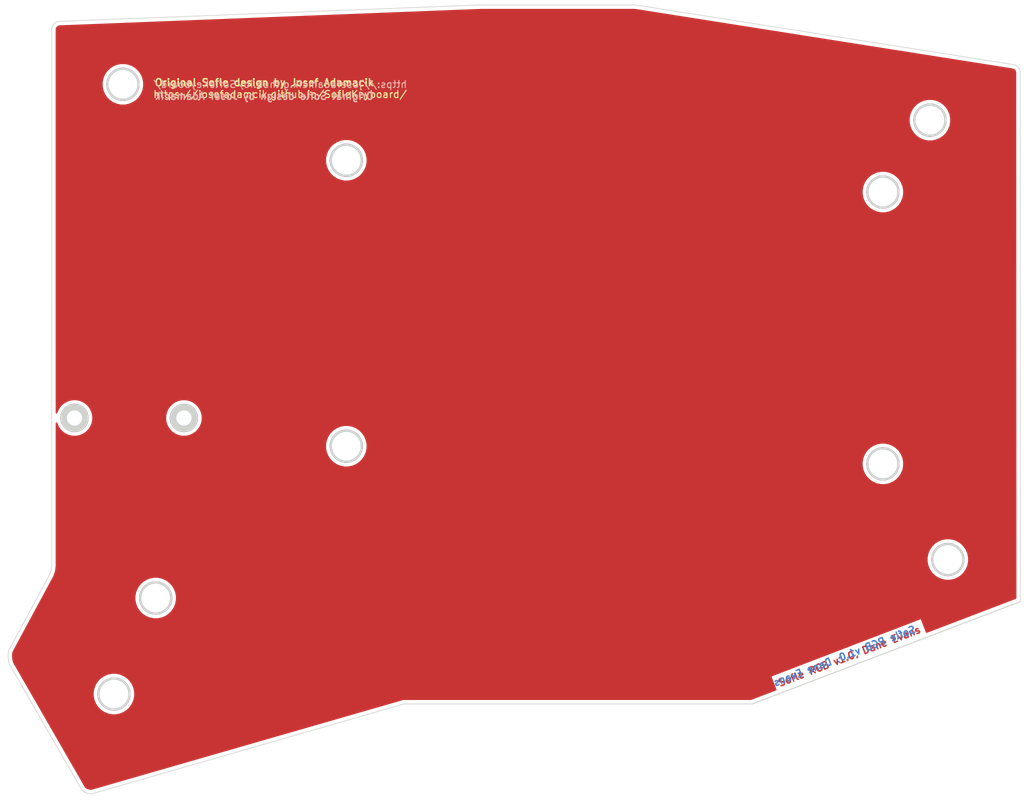
<source format=kicad_pcb>
(kicad_pcb (version 20171130) (host pcbnew "(5.1.10-1-10_14)")

  (general
    (thickness 1.6)
    (drawings 52)
    (tracks 0)
    (zones 0)
    (modules 15)
    (nets 1)
  )

  (page A4)
  (layers
    (0 F.Cu signal)
    (31 B.Cu signal hide)
    (32 B.Adhes user hide)
    (33 F.Adhes user hide)
    (34 B.Paste user hide)
    (35 F.Paste user hide)
    (36 B.SilkS user hide)
    (37 F.SilkS user hide)
    (38 B.Mask user hide)
    (39 F.Mask user hide)
    (40 Dwgs.User user hide)
    (41 Cmts.User user hide)
    (42 Eco1.User user hide)
    (43 Eco2.User user hide)
    (44 Edge.Cuts user)
    (45 Margin user hide)
    (46 B.CrtYd user hide)
    (47 F.CrtYd user hide)
    (48 B.Fab user hide)
    (49 F.Fab user hide)
  )

  (setup
    (last_trace_width 0.25)
    (trace_clearance 0.2)
    (zone_clearance 0.508)
    (zone_45_only no)
    (trace_min 0.2)
    (via_size 0.6)
    (via_drill 0.4)
    (via_min_size 0.4)
    (via_min_drill 0.3)
    (uvia_size 0.3)
    (uvia_drill 0.1)
    (uvias_allowed no)
    (uvia_min_size 0.2)
    (uvia_min_drill 0.1)
    (edge_width 0.15)
    (segment_width 0.2)
    (pcb_text_width 0.3)
    (pcb_text_size 1.5 1.5)
    (mod_edge_width 0.15)
    (mod_text_size 1 1)
    (mod_text_width 0.15)
    (pad_size 4 4)
    (pad_drill 2.2)
    (pad_to_mask_clearance 0.2)
    (aux_axis_origin 0 0)
    (visible_elements 7FFFFFFF)
    (pcbplotparams
      (layerselection 0x01000_7ffffffe)
      (usegerberextensions false)
      (usegerberattributes false)
      (usegerberadvancedattributes false)
      (creategerberjobfile false)
      (excludeedgelayer true)
      (linewidth 0.100000)
      (plotframeref false)
      (viasonmask false)
      (mode 1)
      (useauxorigin false)
      (hpglpennumber 1)
      (hpglpenspeed 20)
      (hpglpendiameter 15.000000)
      (psnegative false)
      (psa4output false)
      (plotreference false)
      (plotvalue false)
      (plotinvisibletext false)
      (padsonsilk false)
      (subtractmaskfromsilk false)
      (outputformat 3)
      (mirror false)
      (drillshape 0)
      (scaleselection 1)
      (outputdirectory "gerbers/"))
  )

  (net 0 "")

  (net_class Default "This is the default net class."
    (clearance 0.2)
    (trace_width 0.25)
    (via_dia 0.6)
    (via_drill 0.4)
    (uvia_dia 0.3)
    (uvia_drill 0.1)
  )

  (module Dane:gecko-logo (layer B.Cu) (tedit 0) (tstamp 5F8157B8)
    (at 187.96 130.81 180)
    (fp_text reference G*** (at 0 0) (layer B.SilkS) hide
      (effects (font (size 1.524 1.524) (thickness 0.3)) (justify mirror))
    )
    (fp_text value LOGO (at 0.75 0) (layer B.SilkS) hide
      (effects (font (size 1.524 1.524) (thickness 0.3)) (justify mirror))
    )
    (fp_poly (pts (xy 0.601318 1.845968) (xy 0.629566 1.801122) (xy 0.660606 1.731632) (xy 0.674278 1.696637)
      (xy 0.696844 1.640456) (xy 0.717741 1.594158) (xy 0.734739 1.562309) (xy 0.745612 1.549474)
      (xy 0.746125 1.549405) (xy 0.757513 1.537853) (xy 0.761992 1.50684) (xy 0.762 1.505208)
      (xy 0.766997 1.463388) (xy 0.77927 1.418191) (xy 0.781708 1.411757) (xy 0.79008 1.387564)
      (xy 0.794426 1.362926) (xy 0.794778 1.331829) (xy 0.791165 1.288257) (xy 0.783616 1.226195)
      (xy 0.782658 1.218829) (xy 0.763898 1.075159) (xy 0.904872 0.890005) (xy 0.949855 0.830926)
      (xy 0.989325 0.779091) (xy 1.020787 0.737776) (xy 1.041748 0.710256) (xy 1.049674 0.699857)
      (xy 1.063704 0.699863) (xy 1.095604 0.706722) (xy 1.139384 0.718573) (xy 1.189058 0.733553)
      (xy 1.238637 0.7498) (xy 1.282132 0.765451) (xy 1.313556 0.778644) (xy 1.325376 0.785602)
      (xy 1.346102 0.811208) (xy 1.370849 0.85208) (xy 1.395846 0.900516) (xy 1.417324 0.948813)
      (xy 1.431511 0.98927) (xy 1.4351 1.009732) (xy 1.443261 1.038113) (xy 1.462639 1.051849)
      (xy 1.485574 1.046296) (xy 1.48961 1.04277) (xy 1.497711 1.024581) (xy 1.488756 1.003156)
      (xy 1.47949 0.975875) (xy 1.473922 0.935468) (xy 1.4732 0.915429) (xy 1.476946 0.871614)
      (xy 1.489701 0.847647) (xy 1.513732 0.843044) (xy 1.551311 0.857322) (xy 1.601845 0.888082)
      (xy 1.64655 0.917306) (xy 1.675006 0.933308) (xy 1.691757 0.937452) (xy 1.701347 0.931102)
      (xy 1.706832 0.919604) (xy 1.708613 0.891777) (xy 1.689343 0.877564) (xy 1.676717 0.8763)
      (xy 1.654223 0.866178) (xy 1.626807 0.840966) (xy 1.600696 0.808396) (xy 1.582118 0.7762)
      (xy 1.577172 0.752711) (xy 1.590575 0.734045) (xy 1.61879 0.713928) (xy 1.653392 0.69651)
      (xy 1.685955 0.685939) (xy 1.708055 0.686365) (xy 1.709715 0.68744) (xy 1.731588 0.693257)
      (xy 1.754269 0.685777) (xy 1.765097 0.669315) (xy 1.765105 0.668567) (xy 1.756737 0.638731)
      (xy 1.735707 0.628278) (xy 1.71695 0.633689) (xy 1.684941 0.643864) (xy 1.644157 0.64804)
      (xy 1.603043 0.646526) (xy 1.570045 0.639627) (xy 1.553648 0.627755) (xy 1.557824 0.608475)
      (xy 1.575994 0.580265) (xy 1.602145 0.549844) (xy 1.630265 0.523931) (xy 1.654341 0.509245)
      (xy 1.66081 0.508) (xy 1.673501 0.499215) (xy 1.67397 0.479469) (xy 1.664464 0.458679)
      (xy 1.647228 0.446761) (xy 1.646924 0.446701) (xy 1.624724 0.45296) (xy 1.617287 0.467195)
      (xy 1.603162 0.483497) (xy 1.571302 0.505626) (xy 1.527773 0.530536) (xy 1.478638 0.555181)
      (xy 1.429963 0.576516) (xy 1.387813 0.591493) (xy 1.358696 0.597067) (xy 1.335049 0.59528)
      (xy 1.291811 0.590259) (xy 1.234485 0.582706) (xy 1.168573 0.573323) (xy 1.145794 0.569931)
      (xy 1.081186 0.560564) (xy 1.026188 0.553272) (xy 0.985344 0.548605) (xy 0.963198 0.547112)
      (xy 0.960582 0.547539) (xy 0.95285 0.559547) (xy 0.934297 0.589102) (xy 0.907459 0.632148)
      (xy 0.874868 0.684627) (xy 0.864033 0.702113) (xy 0.830281 0.755791) (xy 0.801348 0.800261)
      (xy 0.77975 0.831773) (xy 0.768004 0.846575) (xy 0.766718 0.847153) (xy 0.766221 0.833748)
      (xy 0.767225 0.798425) (xy 0.769569 0.744607) (xy 0.773092 0.675722) (xy 0.77763 0.595195)
      (xy 0.782195 0.51969) (xy 0.802293 0.19685) (xy 0.674235 -0.048899) (xy 0.637146 -0.121453)
      (xy 0.605074 -0.186857) (xy 0.579605 -0.241654) (xy 0.562321 -0.282389) (xy 0.554808 -0.305605)
      (xy 0.554914 -0.309249) (xy 0.56465 -0.323371) (xy 0.587103 -0.35488) (xy 0.620019 -0.400643)
      (xy 0.661142 -0.457531) (xy 0.708217 -0.52241) (xy 0.73293 -0.556386) (xy 0.781738 -0.623707)
      (xy 0.825293 -0.684305) (xy 0.861431 -0.735125) (xy 0.887987 -0.773114) (xy 0.902797 -0.795217)
      (xy 0.905128 -0.799381) (xy 0.896186 -0.80958) (xy 0.86952 -0.832363) (xy 0.828007 -0.86546)
      (xy 0.774525 -0.906601) (xy 0.711953 -0.953513) (xy 0.67945 -0.977476) (xy 0.613158 -1.026368)
      (xy 0.554118 -1.070442) (xy 0.505304 -1.107436) (xy 0.469686 -1.135088) (xy 0.450237 -1.151136)
      (xy 0.447524 -1.154032) (xy 0.454771 -1.167292) (xy 0.47848 -1.188562) (xy 0.512775 -1.213763)
      (xy 0.551777 -1.238821) (xy 0.589608 -1.259657) (xy 0.61595 -1.270839) (xy 0.661836 -1.279922)
      (xy 0.727894 -1.284321) (xy 0.79375 -1.284175) (xy 0.854907 -1.281721) (xy 0.896276 -1.277641)
      (xy 0.923462 -1.270895) (xy 0.94207 -1.260443) (xy 0.947715 -1.255604) (xy 0.968302 -1.23905)
      (xy 0.982568 -1.240003) (xy 0.996071 -1.251885) (xy 1.010095 -1.275517) (xy 1.01038 -1.291726)
      (xy 1.004043 -1.311187) (xy 1.0033 -1.315488) (xy 0.992231 -1.319205) (xy 0.965531 -1.320798)
      (xy 0.964777 -1.3208) (xy 0.931477 -1.326577) (xy 0.88835 -1.341359) (xy 0.862393 -1.353161)
      (xy 0.825523 -1.37354) (xy 0.807043 -1.390044) (xy 0.801813 -1.408357) (xy 0.80249 -1.419379)
      (xy 0.810655 -1.442615) (xy 0.832454 -1.464699) (xy 0.872752 -1.490414) (xy 0.877498 -1.493095)
      (xy 0.920395 -1.515607) (xy 0.959172 -1.53333) (xy 0.980872 -1.541067) (xy 1.011086 -1.557217)
      (xy 1.02348 -1.58196) (xy 1.014664 -1.608159) (xy 0.989736 -1.623852) (xy 0.963588 -1.62134)
      (xy 0.946604 -1.60163) (xy 0.94658 -1.601557) (xy 0.934439 -1.585989) (xy 0.906234 -1.573518)
      (xy 0.85735 -1.562119) (xy 0.856189 -1.561899) (xy 0.8112 -1.554096) (xy 0.784146 -1.552285)
      (xy 0.768149 -1.557023) (xy 0.756334 -1.568867) (xy 0.755418 -1.570067) (xy 0.743412 -1.58954)
      (xy 0.738086 -1.611828) (xy 0.738776 -1.644397) (xy 0.744529 -1.692609) (xy 0.753705 -1.7332)
      (xy 0.768434 -1.753337) (xy 0.776307 -1.7567) (xy 0.792654 -1.766329) (xy 0.791173 -1.787066)
      (xy 0.78922 -1.792693) (xy 0.770518 -1.819723) (xy 0.746584 -1.827086) (xy 0.725108 -1.81457)
      (xy 0.715858 -1.794699) (xy 0.705533 -1.762443) (xy 0.688996 -1.719388) (xy 0.678199 -1.693925)
      (xy 0.656494 -1.652148) (xy 0.6354 -1.629869) (xy 0.616907 -1.622674) (xy 0.598938 -1.621182)
      (xy 0.586424 -1.62844) (xy 0.575552 -1.649456) (xy 0.562509 -1.689235) (xy 0.560077 -1.697305)
      (xy 0.548515 -1.743116) (xy 0.542396 -1.78247) (xy 0.542781 -1.80478) (xy 0.540636 -1.832634)
      (xy 0.522993 -1.849417) (xy 0.498441 -1.85211) (xy 0.475573 -1.837697) (xy 0.470613 -1.830133)
      (xy 0.465358 -1.805782) (xy 0.477852 -1.78937) (xy 0.486811 -1.778222) (xy 0.491885 -1.759795)
      (xy 0.493451 -1.729159) (xy 0.491886 -1.681383) (xy 0.489369 -1.638811) (xy 0.485863 -1.588646)
      (xy 0.481217 -1.548358) (xy 0.473348 -1.513756) (xy 0.460173 -1.480648) (xy 0.439611 -1.444843)
      (xy 0.409578 -1.402149) (xy 0.367991 -1.348374) (xy 0.312767 -1.279327) (xy 0.307478 -1.272744)
      (xy 0.275793 -1.234556) (xy 0.251581 -1.205072) (xy 0.23606 -1.181175) (xy 0.230445 -1.159746)
      (xy 0.235952 -1.137667) (xy 0.253798 -1.111818) (xy 0.285198 -1.079081) (xy 0.331368 -1.036338)
      (xy 0.393525 -0.980471) (xy 0.436648 -0.94149) (xy 0.612946 -0.781215) (xy 0.507883 -0.682707)
      (xy 0.465446 -0.643541) (xy 0.42979 -0.611801) (xy 0.404922 -0.590976) (xy 0.395084 -0.584448)
      (xy 0.38554 -0.59463) (xy 0.365898 -0.62192) (xy 0.339327 -0.661764) (xy 0.317966 -0.695224)
      (xy 0.258908 -0.778294) (xy 0.184258 -0.86661) (xy 0.100686 -0.953183) (xy 0.01486 -1.031026)
      (xy -0.052686 -1.08356) (xy -0.122406 -1.12796) (xy -0.205824 -1.173371) (xy -0.294379 -1.215697)
      (xy -0.379512 -1.250837) (xy -0.45085 -1.274214) (xy -0.536598 -1.292799) (xy -0.633428 -1.306921)
      (xy -0.731482 -1.315588) (xy -0.820897 -1.317808) (xy -0.864133 -1.315816) (xy -1.016028 -1.290813)
      (xy -1.162582 -1.24203) (xy -1.301703 -1.170877) (xy -1.431298 -1.078765) (xy -1.549276 -0.967106)
      (xy -1.653546 -0.837309) (xy -1.713517 -0.74295) (xy -1.74279 -0.69215) (xy -1.707554 -0.7366)
      (xy -1.664556 -0.7864) (xy -1.609239 -0.844071) (xy -1.547225 -0.90434) (xy -1.484138 -0.961931)
      (xy -1.425601 -1.011569) (xy -1.377237 -1.047981) (xy -1.3716 -1.051721) (xy -1.245176 -1.120651)
      (xy -1.112029 -1.168911) (xy -0.975949 -1.195852) (xy -0.840726 -1.200823) (xy -0.710149 -1.183173)
      (xy -0.669045 -1.172369) (xy -0.589275 -1.14386) (xy -0.499007 -1.103771) (xy -0.407416 -1.056592)
      (xy -0.323675 -1.006812) (xy -0.303663 -0.99355) (xy -0.235204 -0.943689) (xy -0.173883 -0.891145)
      (xy -0.116659 -0.832288) (xy -0.060488 -0.76349) (xy -0.00233 -0.681122) (xy 0.060859 -0.581556)
      (xy 0.108154 -0.502344) (xy 0.1822 -0.376039) (xy 0.062525 -0.264936) (xy 0.017749 -0.224694)
      (xy -0.019949 -0.193325) (xy -0.047049 -0.173572) (xy -0.060033 -0.168175) (xy -0.060612 -0.168991)
      (xy -0.063064 -0.186795) (xy -0.067286 -0.224592) (xy -0.072716 -0.277084) (xy -0.078788 -0.338971)
      (xy -0.079662 -0.348129) (xy -0.09525 -0.512109) (xy -0.299052 -0.315576) (xy -0.368065 -0.2495)
      (xy -0.422106 -0.199121) (xy -0.46408 -0.162089) (xy -0.496893 -0.136058) (xy -0.52345 -0.11868)
      (xy -0.546657 -0.107608) (xy -0.563249 -0.102132) (xy -0.6089 -0.094084) (xy -0.665441 -0.090868)
      (xy -0.725859 -0.092064) (xy -0.783143 -0.097253) (xy -0.830281 -0.106016) (xy -0.860263 -0.117934)
      (xy -0.862931 -0.120043) (xy -0.883564 -0.132646) (xy -0.904041 -0.125093) (xy -0.907144 -0.122883)
      (xy -0.924869 -0.098751) (xy -0.922059 -0.074377) (xy -0.901259 -0.05852) (xy -0.887849 -0.056509)
      (xy -0.857992 -0.051155) (xy -0.817757 -0.038243) (xy -0.775521 -0.021207) (xy -0.73966 -0.003477)
      (xy -0.718549 0.011514) (xy -0.717079 0.013464) (xy -0.711706 0.043532) (xy -0.731487 0.075317)
      (xy -0.776246 0.1086) (xy -0.802846 0.123172) (xy -0.846133 0.144559) (xy -0.88281 0.161534)
      (xy -0.904875 0.170398) (xy -0.923089 0.186663) (xy -0.92562 0.213132) (xy -0.91186 0.238761)
      (xy -0.886202 0.253155) (xy -0.865284 0.244529) (xy -0.857715 0.230065) (xy -0.842035 0.212182)
      (xy -0.805346 0.195931) (xy -0.771134 0.186141) (xy -0.727794 0.175774) (xy -0.701505 0.1724)
      (xy -0.68481 0.176342) (xy -0.670251 0.187925) (xy -0.667477 0.190653) (xy -0.650729 0.22229)
      (xy -0.644282 0.26675) (xy -0.647785 0.313935) (xy -0.660888 0.353751) (xy -0.673713 0.370336)
      (xy -0.695731 0.399876) (xy -0.693593 0.428694) (xy -0.68473 0.440491) (xy -0.662197 0.449456)
      (xy -0.63772 0.443539) (xy -0.623057 0.426451) (xy -0.622302 0.420794) (xy -0.617439 0.399053)
      (xy -0.604716 0.362372) (xy -0.587726 0.320675) (xy -0.567687 0.277703) (xy -0.551789 0.253565)
      (xy -0.535673 0.243162) (xy -0.519885 0.2413) (xy -0.500593 0.243994) (xy -0.486971 0.255817)
      (xy -0.474837 0.282385) (xy -0.463835 0.316562) (xy -0.452711 0.361044) (xy -0.447255 0.399122)
      (xy -0.447978 0.418328) (xy -0.445173 0.445306) (xy -0.426489 0.461615) (xy -0.400696 0.46273)
      (xy -0.382942 0.451885) (xy -0.369497 0.431384) (xy -0.376492 0.408955) (xy -0.378074 0.406368)
      (xy -0.386015 0.379699) (xy -0.391323 0.331391) (xy -0.393631 0.265106) (xy -0.3937 0.249869)
      (xy -0.3937 0.118392) (xy -0.295542 -0.017758) (xy -0.259737 -0.067889) (xy -0.23293 -0.103877)
      (xy -0.213377 -0.124241) (xy -0.199338 -0.127498) (xy -0.18907 -0.112168) (xy -0.180831 -0.076767)
      (xy -0.17288 -0.019814) (xy -0.163474 0.060174) (xy -0.158977 0.098425) (xy -0.150573 0.165099)
      (xy -0.142524 0.221828) (xy -0.135513 0.264303) (xy -0.130224 0.288217) (xy -0.128292 0.291896)
      (xy -0.116972 0.283703) (xy -0.08983 0.260962) (xy -0.049816 0.226239) (xy 0.000122 0.182097)
      (xy 0.057035 0.131103) (xy 0.068815 0.12047) (xy 0.126385 0.068712) (xy 0.177192 0.023547)
      (xy 0.218381 -0.01253) (xy 0.247097 -0.037023) (xy 0.260485 -0.047436) (xy 0.261083 -0.047601)
      (xy 0.261331 -0.034505) (xy 0.260091 -0.000703) (xy 0.257581 0.049168) (xy 0.254018 0.110473)
      (xy 0.252589 0.13335) (xy 0.249029 0.201805) (xy 0.247622 0.26684) (xy 0.248542 0.334176)
      (xy 0.251965 0.409529) (xy 0.258064 0.498618) (xy 0.267016 0.607161) (xy 0.267101 0.608138)
      (xy 0.27422 0.69206) (xy 0.280255 0.767122) (xy 0.284948 0.829767) (xy 0.28804 0.87644)
      (xy 0.289273 0.903583) (xy 0.288988 0.909046) (xy 0.277089 0.904726) (xy 0.247466 0.890094)
      (xy 0.204473 0.867394) (xy 0.152465 0.83887) (xy 0.147917 0.836333) (xy 0.095449 0.807477)
      (xy 0.051725 0.784305) (xy 0.021069 0.769044) (xy 0.007803 0.763922) (xy 0.007616 0.764025)
      (xy -0.012673 0.789778) (xy -0.0446 0.827869) (xy -0.084851 0.874584) (xy -0.130114 0.926209)
      (xy -0.177074 0.97903) (xy -0.22242 1.029333) (xy -0.262837 1.073404) (xy -0.295012 1.10753)
      (xy -0.315633 1.127996) (xy -0.320628 1.131974) (xy -0.363934 1.15182) (xy -0.414328 1.169997)
      (xy -0.46492 1.184616) (xy -0.508821 1.19379) (xy -0.539143 1.19563) (xy -0.546142 1.193778)
      (xy -0.571121 1.191617) (xy -0.58999 1.206902) (xy -0.594323 1.231782) (xy -0.592724 1.237166)
      (xy -0.583761 1.246549) (xy -0.562816 1.250806) (xy -0.524833 1.250496) (xy -0.491626 1.24834)
      (xy -0.443423 1.245136) (xy -0.414705 1.245452) (xy -0.399653 1.250593) (xy -0.392447 1.261864)
      (xy -0.389706 1.271203) (xy -0.388787 1.299359) (xy -0.402215 1.330795) (xy -0.432369 1.369713)
      (xy -0.464694 1.403648) (xy -0.49351 1.43906) (xy -0.502254 1.466086) (xy -0.49076 1.482293)
      (xy -0.470299 1.4859) (xy -0.448594 1.477048) (xy -0.444478 1.463675) (xy -0.433728 1.442632)
      (xy -0.406809 1.418521) (xy -0.371663 1.396265) (xy -0.336235 1.380785) (xy -0.308464 1.377)
      (xy -0.305673 1.377674) (xy -0.285541 1.395323) (xy -0.268212 1.428926) (xy -0.256625 1.46904)
      (xy -0.253722 1.50622) (xy -0.259225 1.526859) (xy -0.26524 1.551343) (xy -0.257711 1.56347)
      (xy -0.234824 1.573042) (xy -0.214085 1.563218) (xy -0.204517 1.539056) (xy -0.204663 1.533727)
      (xy -0.205747 1.504157) (xy -0.205672 1.461822) (xy -0.205176 1.439757) (xy -0.202076 1.399325)
      (xy -0.194331 1.377699) (xy -0.179545 1.368383) (xy -0.178767 1.368174) (xy -0.156212 1.373851)
      (xy -0.128007 1.396134) (xy -0.099873 1.428915) (xy -0.077534 1.466087) (xy -0.070565 1.48365)
      (xy -0.055069 1.506221) (xy -0.033964 1.508866) (xy -0.010547 1.497366) (xy -0.002679 1.477904)
      (xy -0.012457 1.459944) (xy -0.02207 1.455208) (xy -0.036615 1.440044) (xy -0.054483 1.406504)
      (xy -0.073371 1.360983) (xy -0.090975 1.309873) (xy -0.104991 1.259568) (xy -0.113115 1.216462)
      (xy -0.114248 1.199394) (xy -0.106347 1.16748) (xy -0.083771 1.119396) (xy -0.048112 1.058483)
      (xy -0.04377 1.051629) (xy 0.026655 0.941208) (xy 0.162552 1.012297) (xy 0.216038 1.040528)
      (xy 0.261262 1.064871) (xy 0.293464 1.08273) (xy 0.307881 1.091511) (xy 0.307889 1.091518)
      (xy 0.310779 1.106752) (xy 0.311334 1.141754) (xy 0.309605 1.191003) (xy 0.306511 1.238252)
      (xy 0.3021 1.302026) (xy 0.300905 1.346928) (xy 0.303347 1.379329) (xy 0.309844 1.405602)
      (xy 0.319018 1.428202) (xy 0.333996 1.470421) (xy 0.342144 1.511313) (xy 0.342621 1.519894)
      (xy 0.34897 1.553094) (xy 0.36293 1.564344) (xy 0.376269 1.577095) (xy 0.396877 1.608757)
      (xy 0.422088 1.654864) (xy 0.445016 1.7018) (xy 0.483707 1.779631) (xy 0.517056 1.833)
      (xy 0.54669 1.86187) (xy 0.574235 1.866205) (xy 0.601318 1.845968)) (layer B.Mask) (width 0.01))
  )

  (module "Dane:big gecko" (layer B.Cu) (tedit 0) (tstamp 5F815775)
    (at 129.54 116.84 180)
    (fp_text reference G*** (at 0 0) (layer B.SilkS) hide
      (effects (font (size 1.524 1.524) (thickness 0.3)) (justify mirror))
    )
    (fp_text value LOGO (at 0.75 0) (layer B.SilkS) hide
      (effects (font (size 1.524 1.524) (thickness 0.3)) (justify mirror))
    )
    (fp_poly (pts (xy 4.008792 12.306448) (xy 4.197112 12.00748) (xy 4.404044 11.54421) (xy 4.495193 11.310908)
      (xy 4.645632 10.936371) (xy 4.784941 10.627718) (xy 4.898265 10.415388) (xy 4.970751 10.329822)
      (xy 4.974167 10.329363) (xy 5.050092 10.252351) (xy 5.079949 10.045593) (xy 5.08 10.034713)
      (xy 5.113317 9.755915) (xy 5.195135 9.454602) (xy 5.211393 9.41171) (xy 5.267201 9.250425)
      (xy 5.296179 9.086173) (xy 5.298526 8.878855) (xy 5.274438 8.588374) (xy 5.224113 8.174631)
      (xy 5.217722 8.125525) (xy 5.092658 7.167724) (xy 6.032483 5.933362) (xy 6.332372 5.539501)
      (xy 6.595504 5.193938) (xy 6.805253 4.918506) (xy 6.944992 4.735039) (xy 6.997831 4.665712)
      (xy 7.091364 4.66575) (xy 7.304027 4.711479) (xy 7.595899 4.790485) (xy 7.927058 4.890351)
      (xy 8.257583 4.998662) (xy 8.547553 5.103002) (xy 8.757046 5.190955) (xy 8.83584 5.237342)
      (xy 8.974014 5.408051) (xy 9.138994 5.68053) (xy 9.305645 6.003434) (xy 9.44883 6.325416)
      (xy 9.543412 6.595131) (xy 9.567334 6.731543) (xy 9.621743 6.920752) (xy 9.750929 7.012322)
      (xy 9.903831 6.975306) (xy 9.930738 6.951796) (xy 9.984745 6.830536) (xy 9.925047 6.687702)
      (xy 9.863269 6.505829) (xy 9.82615 6.236452) (xy 9.821334 6.102854) (xy 9.846313 5.810759)
      (xy 9.931342 5.650976) (xy 10.091553 5.620288) (xy 10.342079 5.715478) (xy 10.678968 5.920542)
      (xy 10.977005 6.115371) (xy 11.166712 6.22205) (xy 11.278384 6.249676) (xy 11.342316 6.207344)
      (xy 11.378883 6.130693) (xy 11.390757 5.94518) (xy 11.262293 5.850421) (xy 11.178118 5.842)
      (xy 11.028157 5.774518) (xy 10.845381 5.606436) (xy 10.671308 5.389302) (xy 10.547456 5.174661)
      (xy 10.514483 5.018067) (xy 10.603837 4.893628) (xy 10.791938 4.759518) (xy 11.022617 4.643398)
      (xy 11.239706 4.572926) (xy 11.387038 4.575764) (xy 11.398102 4.582931) (xy 11.543923 4.621711)
      (xy 11.695131 4.571846) (xy 11.767317 4.462096) (xy 11.76737 4.457108) (xy 11.711584 4.258201)
      (xy 11.571384 4.188517) (xy 11.446334 4.224592) (xy 11.232943 4.292421) (xy 10.961049 4.320264)
      (xy 10.686957 4.310168) (xy 10.466973 4.264179) (xy 10.357659 4.185027) (xy 10.385497 4.056494)
      (xy 10.506628 3.868428) (xy 10.680968 3.665621) (xy 10.868434 3.492869) (xy 11.028942 3.394964)
      (xy 11.072072 3.386666) (xy 11.156678 3.328096) (xy 11.159805 3.196456) (xy 11.096428 3.057855)
      (xy 10.981522 2.978401) (xy 10.979499 2.978001) (xy 10.831494 3.019731) (xy 10.781916 3.114629)
      (xy 10.687751 3.22331) (xy 10.475353 3.370838) (xy 10.185155 3.536905) (xy 9.85759 3.701206)
      (xy 9.533091 3.843434) (xy 9.25209 3.943281) (xy 9.057977 3.980444) (xy 8.900327 3.96853)
      (xy 8.612074 3.935059) (xy 8.2299 3.884706) (xy 7.790492 3.822147) (xy 7.638629 3.799537)
      (xy 7.20791 3.737089) (xy 6.841258 3.688476) (xy 6.568964 3.657362) (xy 6.421322 3.647409)
      (xy 6.403881 3.65026) (xy 6.352335 3.730308) (xy 6.228652 3.927343) (xy 6.049727 4.214317)
      (xy 5.832458 4.564178) (xy 5.760223 4.680749) (xy 5.535213 5.0386) (xy 5.342323 5.335072)
      (xy 5.198334 5.545152) (xy 5.120027 5.643829) (xy 5.11146 5.647682) (xy 5.108142 5.558319)
      (xy 5.114837 5.322827) (xy 5.130465 4.964044) (xy 5.153947 4.50481) (xy 5.184204 3.967966)
      (xy 5.214635 3.464599) (xy 5.348626 1.312333) (xy 4.494901 -0.325997) (xy 4.247641 -0.809688)
      (xy 4.033833 -1.245714) (xy 3.864036 -1.611031) (xy 3.748813 -1.882597) (xy 3.698722 -2.03737)
      (xy 3.699431 -2.061664) (xy 3.764335 -2.155813) (xy 3.914025 -2.36587) (xy 4.133465 -2.67096)
      (xy 4.407619 -3.050208) (xy 4.72145 -3.482739) (xy 4.886202 -3.709242) (xy 5.211588 -4.158048)
      (xy 5.501956 -4.562034) (xy 5.742876 -4.900838) (xy 5.919918 -5.154098) (xy 6.018652 -5.301451)
      (xy 6.034192 -5.329213) (xy 5.974578 -5.3972) (xy 5.796802 -5.549089) (xy 5.520049 -5.769738)
      (xy 5.163506 -6.044007) (xy 4.746359 -6.356755) (xy 4.529667 -6.516513) (xy 4.087721 -6.842454)
      (xy 3.694126 -7.136281) (xy 3.368695 -7.38291) (xy 3.131242 -7.567258) (xy 3.001582 -7.674241)
      (xy 2.983499 -7.693548) (xy 3.031808 -7.781953) (xy 3.189871 -7.923749) (xy 3.418502 -8.091759)
      (xy 3.678515 -8.258807) (xy 3.930726 -8.397718) (xy 4.106334 -8.472264) (xy 4.412245 -8.532817)
      (xy 4.852633 -8.562141) (xy 5.291667 -8.561172) (xy 5.699381 -8.544809) (xy 5.975175 -8.517608)
      (xy 6.156416 -8.472635) (xy 6.280471 -8.402956) (xy 6.318106 -8.370696) (xy 6.455348 -8.26034)
      (xy 6.550458 -8.26669) (xy 6.640475 -8.345903) (xy 6.73397 -8.503449) (xy 6.735869 -8.611508)
      (xy 6.693626 -8.741251) (xy 6.688667 -8.769925) (xy 6.61488 -8.794702) (xy 6.436877 -8.805327)
      (xy 6.431852 -8.805334) (xy 6.209851 -8.843847) (xy 5.922339 -8.942397) (xy 5.749288 -9.021077)
      (xy 5.503488 -9.156939) (xy 5.380292 -9.266966) (xy 5.345425 -9.389048) (xy 5.349936 -9.462532)
      (xy 5.404373 -9.617435) (xy 5.549696 -9.76466) (xy 5.818351 -9.936095) (xy 5.849987 -9.953969)
      (xy 6.135973 -10.104049) (xy 6.394482 -10.222203) (xy 6.539148 -10.273783) (xy 6.740576 -10.381449)
      (xy 6.823204 -10.546402) (xy 6.764427 -10.721065) (xy 6.598243 -10.825684) (xy 6.423925 -10.808936)
      (xy 6.310694 -10.677535) (xy 6.31054 -10.677053) (xy 6.2296 -10.573265) (xy 6.041563 -10.490123)
      (xy 5.715668 -10.414131) (xy 5.70793 -10.412666) (xy 5.408003 -10.360645) (xy 5.227642 -10.348569)
      (xy 5.120999 -10.380156) (xy 5.042228 -10.459119) (xy 5.036122 -10.467114) (xy 4.956084 -10.596938)
      (xy 4.920577 -10.745522) (xy 4.925177 -10.962647) (xy 4.963532 -11.284063) (xy 5.024702 -11.554672)
      (xy 5.1229 -11.688914) (xy 5.175385 -11.711335) (xy 5.284364 -11.775531) (xy 5.274491 -11.913776)
      (xy 5.26147 -11.951289) (xy 5.136793 -12.13149) (xy 4.97723 -12.180574) (xy 4.834055 -12.097138)
      (xy 4.77239 -11.964663) (xy 4.703558 -11.749624) (xy 4.593307 -11.462588) (xy 4.521332 -11.292838)
      (xy 4.376632 -11.014322) (xy 4.236003 -10.865797) (xy 4.11272 -10.817832) (xy 3.992927 -10.807882)
      (xy 3.909496 -10.856272) (xy 3.837014 -10.996375) (xy 3.750065 -11.261568) (xy 3.733853 -11.315367)
      (xy 3.656769 -11.620774) (xy 3.615975 -11.883137) (xy 3.618542 -12.031873) (xy 3.604244 -12.217563)
      (xy 3.486621 -12.329447) (xy 3.322945 -12.347405) (xy 3.170487 -12.251316) (xy 3.137425 -12.200891)
      (xy 3.102392 -12.038553) (xy 3.185683 -11.929135) (xy 3.245412 -11.854815) (xy 3.279239 -11.731973)
      (xy 3.289678 -11.527733) (xy 3.279244 -11.209225) (xy 3.262465 -10.925411) (xy 3.23909 -10.590975)
      (xy 3.208115 -10.322389) (xy 3.155655 -10.091708) (xy 3.067826 -9.87099) (xy 2.930743 -9.632288)
      (xy 2.73052 -9.34766) (xy 2.453274 -8.989161) (xy 2.085118 -8.528847) (xy 2.04986 -8.484966)
      (xy 1.838623 -8.230376) (xy 1.677213 -8.033819) (xy 1.573738 -7.874506) (xy 1.536304 -7.731646)
      (xy 1.573018 -7.584448) (xy 1.691989 -7.412123) (xy 1.901321 -7.193879) (xy 2.209124 -6.908926)
      (xy 2.623503 -6.536474) (xy 2.910989 -6.276605) (xy 4.086311 -5.208104) (xy 3.385888 -4.551385)
      (xy 3.102975 -4.290276) (xy 2.865272 -4.078676) (xy 2.69948 -3.939842) (xy 2.633899 -3.896326)
      (xy 2.57027 -3.964205) (xy 2.439322 -4.146134) (xy 2.262183 -4.411767) (xy 2.119776 -4.634828)
      (xy 1.726054 -5.188633) (xy 1.228388 -5.777403) (xy 0.67124 -6.354557) (xy 0.099071 -6.873513)
      (xy -0.351238 -7.22374) (xy -0.816039 -7.519737) (xy -1.372154 -7.82248) (xy -1.962521 -8.104647)
      (xy -2.530077 -8.338915) (xy -3.005666 -8.494765) (xy -3.577315 -8.618661) (xy -4.222851 -8.712809)
      (xy -4.87654 -8.770592) (xy -5.472646 -8.785393) (xy -5.760882 -8.772109) (xy -6.773518 -8.605423)
      (xy -7.750544 -8.280201) (xy -8.678015 -7.805848) (xy -9.541983 -7.191771) (xy -10.328505 -6.447374)
      (xy -11.023634 -5.582064) (xy -11.423444 -4.953) (xy -11.618595 -4.614334) (xy -11.383689 -4.910667)
      (xy -11.097038 -5.242669) (xy -10.728255 -5.627146) (xy -10.314829 -6.028936) (xy -9.894248 -6.412875)
      (xy -9.504001 -6.743799) (xy -9.181575 -6.986544) (xy -9.144 -7.011478) (xy -8.301169 -7.471008)
      (xy -7.413523 -7.792745) (xy -6.506325 -7.972352) (xy -5.604838 -8.005491) (xy -4.734323 -7.887822)
      (xy -4.4603 -7.815795) (xy -3.928496 -7.625735) (xy -3.326712 -7.358476) (xy -2.716103 -7.043948)
      (xy -2.157827 -6.712081) (xy -2.024415 -6.623671) (xy -1.568021 -6.291266) (xy -1.159217 -5.94097)
      (xy -0.77772 -5.54859) (xy -0.403251 -5.089936) (xy -0.015528 -4.540817) (xy 0.405731 -3.877043)
      (xy 0.721031 -3.348967) (xy 1.214673 -2.506933) (xy 0.416836 -1.766246) (xy 0.118329 -1.497962)
      (xy -0.132987 -1.288836) (xy -0.313654 -1.157147) (xy -0.400215 -1.121172) (xy -0.404075 -1.126613)
      (xy -0.420423 -1.245302) (xy -0.448572 -1.497282) (xy -0.484767 -1.847228) (xy -0.52525 -2.259812)
      (xy -0.531075 -2.320866) (xy -0.635 -3.414065) (xy -1.993674 -2.10384) (xy -2.453761 -1.663339)
      (xy -2.814034 -1.327474) (xy -3.093861 -1.080596) (xy -3.312614 -0.907056) (xy -3.489664 -0.791204)
      (xy -3.644379 -0.717392) (xy -3.754993 -0.680882) (xy -4.059333 -0.627232) (xy -4.436269 -0.605791)
      (xy -4.839055 -0.613764) (xy -5.220949 -0.648357) (xy -5.535206 -0.706776) (xy -5.735081 -0.786228)
      (xy -5.752868 -0.800293) (xy -5.890426 -0.884312) (xy -6.026935 -0.833959) (xy -6.047621 -0.819224)
      (xy -6.165791 -0.658346) (xy -6.147055 -0.49585) (xy -6.008391 -0.390139) (xy -5.918991 -0.376733)
      (xy -5.719942 -0.341037) (xy -5.451712 -0.25496) (xy -5.170139 -0.141382) (xy -4.931064 -0.023183)
      (xy -4.790326 0.076757) (xy -4.780521 0.089756) (xy -4.744706 0.290207) (xy -4.876575 0.502113)
      (xy -5.174969 0.723995) (xy -5.352301 0.821142) (xy -5.640886 0.963725) (xy -5.885397 1.076887)
      (xy -6.0325 1.135985) (xy -6.153923 1.244416) (xy -6.170799 1.420877) (xy -6.079066 1.591733)
      (xy -5.908012 1.687696) (xy -5.768555 1.63019) (xy -5.718099 1.533763) (xy -5.613565 1.414546)
      (xy -5.368973 1.306206) (xy -5.140893 1.240937) (xy -4.851955 1.171824) (xy -4.676694 1.149327)
      (xy -4.565394 1.175608) (xy -4.468336 1.252832) (xy -4.449843 1.271017) (xy -4.338189 1.48193)
      (xy -4.295208 1.778327) (xy -4.318563 2.092898) (xy -4.405918 2.358337) (xy -4.491418 2.468905)
      (xy -4.638202 2.665836) (xy -4.623949 2.857959) (xy -4.56486 2.936606) (xy -4.414643 2.996368)
      (xy -4.251464 2.956924) (xy -4.153709 2.843006) (xy -4.148677 2.805292) (xy -4.116256 2.66035)
      (xy -4.031437 2.415811) (xy -3.91817 2.137833) (xy -3.784575 1.85135) (xy -3.678589 1.690432)
      (xy -3.571148 1.621077) (xy -3.465898 1.608666) (xy -3.337283 1.626621) (xy -3.24647 1.70544)
      (xy -3.165577 1.882562) (xy -3.092227 2.11041) (xy -3.018068 2.406957) (xy -2.9817 2.660811)
      (xy -2.986519 2.788852) (xy -2.967814 2.968704) (xy -2.843258 3.077427) (xy -2.671303 3.08486)
      (xy -2.552944 3.012563) (xy -2.463307 2.875893) (xy -2.509946 2.726361) (xy -2.520488 2.709113)
      (xy -2.573431 2.53132) (xy -2.608814 2.209271) (xy -2.624203 1.767369) (xy -2.624666 1.665787)
      (xy -2.624666 0.789277) (xy -1.970276 -0.118391) (xy -1.731578 -0.452595) (xy -1.55286 -0.692516)
      (xy -1.422511 -0.828275) (xy -1.328915 -0.849992) (xy -1.260462 -0.747787) (xy -1.205538 -0.511781)
      (xy -1.15253 -0.132094) (xy -1.089825 0.401154) (xy -1.059842 0.656166) (xy -1.003816 1.100655)
      (xy -0.950156 1.478847) (xy -0.903417 1.762018) (xy -0.868156 1.921444) (xy -0.855276 1.945973)
      (xy -0.77981 1.89135) (xy -0.598866 1.739745) (xy -0.332103 1.508256) (xy 0.000818 1.21398)
      (xy 0.380239 0.874015) (xy 0.45877 0.803132) (xy 0.842573 0.458076) (xy 1.181285 0.156974)
      (xy 1.455877 -0.083538) (xy 1.647316 -0.246823) (xy 1.736573 -0.316246) (xy 1.740554 -0.317341)
      (xy 1.742207 -0.230037) (xy 1.733942 -0.004692) (xy 1.717208 0.327785) (xy 1.693456 0.736484)
      (xy 1.683933 0.889) (xy 1.660198 1.345361) (xy 1.650815 1.778933) (xy 1.65695 2.227835)
      (xy 1.679767 2.730189) (xy 1.720432 3.324116) (xy 1.780111 4.047739) (xy 1.780676 4.05425)
      (xy 1.828135 4.613729) (xy 1.86837 5.114142) (xy 1.899657 5.531778) (xy 1.920272 5.842928)
      (xy 1.928489 6.023881) (xy 1.926587 6.060301) (xy 1.847266 6.031503) (xy 1.649779 5.933955)
      (xy 1.363159 5.782622) (xy 1.016435 5.592466) (xy 0.986118 5.575549) (xy 0.636329 5.383178)
      (xy 0.344837 5.228696) (xy 0.140462 5.126955) (xy 0.052021 5.092809) (xy 0.050775 5.093497)
      (xy -0.084486 5.265183) (xy -0.297331 5.519122) (xy -0.565672 5.830555) (xy -0.867421 6.174721)
      (xy -1.180491 6.526861) (xy -1.482793 6.862215) (xy -1.75224 7.156024) (xy -1.966744 7.383528)
      (xy -2.104217 7.519968) (xy -2.137516 7.546491) (xy -2.426226 7.678799) (xy -2.762183 7.799976)
      (xy -3.099463 7.897437) (xy -3.392138 7.958596) (xy -3.594284 7.970865) (xy -3.640942 7.958519)
      (xy -3.807467 7.944113) (xy -3.933264 8.046007) (xy -3.962151 8.211873) (xy -3.951489 8.247772)
      (xy -3.891739 8.310323) (xy -3.752101 8.338704) (xy -3.498886 8.336639) (xy -3.277501 8.322266)
      (xy -2.956151 8.300904) (xy -2.764697 8.303008) (xy -2.664348 8.33728) (xy -2.61631 8.412421)
      (xy -2.598038 8.474684) (xy -2.591908 8.662391) (xy -2.681429 8.871965) (xy -2.882455 9.131414)
      (xy -3.09796 9.357649) (xy -3.290062 9.593732) (xy -3.348354 9.773902) (xy -3.271731 9.881951)
      (xy -3.135324 9.906) (xy -2.990623 9.846983) (xy -2.963182 9.757833) (xy -2.891514 9.617542)
      (xy -2.712054 9.456806) (xy -2.477753 9.308432) (xy -2.24156 9.205227) (xy -2.056426 9.179999)
      (xy -2.037813 9.184488) (xy -1.903603 9.302147) (xy -1.788074 9.526172) (xy -1.71083 9.793598)
      (xy -1.691474 10.041462) (xy -1.728163 10.179053) (xy -1.768266 10.342283) (xy -1.718071 10.423129)
      (xy -1.565487 10.486942) (xy -1.427232 10.42145) (xy -1.363442 10.260369) (xy -1.364419 10.224846)
      (xy -1.371645 10.027713) (xy -1.37114 9.745478) (xy -1.367834 9.598375) (xy -1.347171 9.328831)
      (xy -1.295538 9.184657) (xy -1.196962 9.122553) (xy -1.191779 9.121153) (xy -1.04141 9.159003)
      (xy -0.853374 9.307554) (xy -0.665819 9.526094) (xy -0.516892 9.773913) (xy -0.470429 9.890996)
      (xy -0.367123 10.041468) (xy -0.226426 10.059102) (xy -0.070309 9.982436) (xy -0.017853 9.852691)
      (xy -0.083045 9.732959) (xy -0.147127 9.701381) (xy -0.244094 9.600287) (xy -0.363217 9.37669)
      (xy -0.489137 9.073214) (xy -0.606496 8.732482) (xy -0.699935 8.397117) (xy -0.754096 8.109741)
      (xy -0.761648 7.995958) (xy -0.708977 7.783194) (xy -0.558471 7.462639) (xy -0.320743 7.056549)
      (xy -0.291795 7.010859) (xy 0.177706 6.274718) (xy 1.083686 6.748646) (xy 1.440256 6.936849)
      (xy 1.74175 7.099134) (xy 1.956427 7.218197) (xy 2.052542 7.276736) (xy 2.052596 7.276782)
      (xy 2.071864 7.378344) (xy 2.075562 7.611689) (xy 2.064035 7.940014) (xy 2.043409 8.255007)
      (xy 2.014001 8.680171) (xy 2.006037 8.979515) (xy 2.022315 9.195521) (xy 2.065631 9.370673)
      (xy 2.126787 9.521345) (xy 2.226646 9.802804) (xy 2.280965 10.075418) (xy 2.284141 10.132625)
      (xy 2.326472 10.353958) (xy 2.419538 10.428958) (xy 2.508462 10.513964) (xy 2.645849 10.725041)
      (xy 2.813924 11.032423) (xy 2.966776 11.345333) (xy 3.224719 11.864203) (xy 3.447046 12.219994)
      (xy 3.644604 12.412461) (xy 3.828238 12.441361) (xy 4.008792 12.306448)) (layer B.Mask) (width 0.01))
  )

  (module "Dane:big gecko" (layer F.Cu) (tedit 0) (tstamp 5F815764)
    (at 124.46 116.84)
    (fp_text reference G*** (at 0 0) (layer F.SilkS) hide
      (effects (font (size 1.524 1.524) (thickness 0.3)))
    )
    (fp_text value LOGO (at 0.75 0) (layer F.SilkS) hide
      (effects (font (size 1.524 1.524) (thickness 0.3)))
    )
    (fp_poly (pts (xy 4.008792 -12.306448) (xy 4.197112 -12.00748) (xy 4.404044 -11.54421) (xy 4.495193 -11.310908)
      (xy 4.645632 -10.936371) (xy 4.784941 -10.627718) (xy 4.898265 -10.415388) (xy 4.970751 -10.329822)
      (xy 4.974167 -10.329363) (xy 5.050092 -10.252351) (xy 5.079949 -10.045593) (xy 5.08 -10.034713)
      (xy 5.113317 -9.755915) (xy 5.195135 -9.454602) (xy 5.211393 -9.41171) (xy 5.267201 -9.250425)
      (xy 5.296179 -9.086173) (xy 5.298526 -8.878855) (xy 5.274438 -8.588374) (xy 5.224113 -8.174631)
      (xy 5.217722 -8.125525) (xy 5.092658 -7.167724) (xy 6.032483 -5.933362) (xy 6.332372 -5.539501)
      (xy 6.595504 -5.193938) (xy 6.805253 -4.918506) (xy 6.944992 -4.735039) (xy 6.997831 -4.665712)
      (xy 7.091364 -4.66575) (xy 7.304027 -4.711479) (xy 7.595899 -4.790485) (xy 7.927058 -4.890351)
      (xy 8.257583 -4.998662) (xy 8.547553 -5.103002) (xy 8.757046 -5.190955) (xy 8.83584 -5.237342)
      (xy 8.974014 -5.408051) (xy 9.138994 -5.68053) (xy 9.305645 -6.003434) (xy 9.44883 -6.325416)
      (xy 9.543412 -6.595131) (xy 9.567334 -6.731543) (xy 9.621743 -6.920752) (xy 9.750929 -7.012322)
      (xy 9.903831 -6.975306) (xy 9.930738 -6.951796) (xy 9.984745 -6.830536) (xy 9.925047 -6.687702)
      (xy 9.863269 -6.505829) (xy 9.82615 -6.236452) (xy 9.821334 -6.102854) (xy 9.846313 -5.810759)
      (xy 9.931342 -5.650976) (xy 10.091553 -5.620288) (xy 10.342079 -5.715478) (xy 10.678968 -5.920542)
      (xy 10.977005 -6.115371) (xy 11.166712 -6.22205) (xy 11.278384 -6.249676) (xy 11.342316 -6.207344)
      (xy 11.378883 -6.130693) (xy 11.390757 -5.94518) (xy 11.262293 -5.850421) (xy 11.178118 -5.842)
      (xy 11.028157 -5.774518) (xy 10.845381 -5.606436) (xy 10.671308 -5.389302) (xy 10.547456 -5.174661)
      (xy 10.514483 -5.018067) (xy 10.603837 -4.893628) (xy 10.791938 -4.759518) (xy 11.022617 -4.643398)
      (xy 11.239706 -4.572926) (xy 11.387038 -4.575764) (xy 11.398102 -4.582931) (xy 11.543923 -4.621711)
      (xy 11.695131 -4.571846) (xy 11.767317 -4.462096) (xy 11.76737 -4.457108) (xy 11.711584 -4.258201)
      (xy 11.571384 -4.188517) (xy 11.446334 -4.224592) (xy 11.232943 -4.292421) (xy 10.961049 -4.320264)
      (xy 10.686957 -4.310168) (xy 10.466973 -4.264179) (xy 10.357659 -4.185027) (xy 10.385497 -4.056494)
      (xy 10.506628 -3.868428) (xy 10.680968 -3.665621) (xy 10.868434 -3.492869) (xy 11.028942 -3.394964)
      (xy 11.072072 -3.386666) (xy 11.156678 -3.328096) (xy 11.159805 -3.196456) (xy 11.096428 -3.057855)
      (xy 10.981522 -2.978401) (xy 10.979499 -2.978001) (xy 10.831494 -3.019731) (xy 10.781916 -3.114629)
      (xy 10.687751 -3.22331) (xy 10.475353 -3.370838) (xy 10.185155 -3.536905) (xy 9.85759 -3.701206)
      (xy 9.533091 -3.843434) (xy 9.25209 -3.943281) (xy 9.057977 -3.980444) (xy 8.900327 -3.96853)
      (xy 8.612074 -3.935059) (xy 8.2299 -3.884706) (xy 7.790492 -3.822147) (xy 7.638629 -3.799537)
      (xy 7.20791 -3.737089) (xy 6.841258 -3.688476) (xy 6.568964 -3.657362) (xy 6.421322 -3.647409)
      (xy 6.403881 -3.65026) (xy 6.352335 -3.730308) (xy 6.228652 -3.927343) (xy 6.049727 -4.214317)
      (xy 5.832458 -4.564178) (xy 5.760223 -4.680749) (xy 5.535213 -5.0386) (xy 5.342323 -5.335072)
      (xy 5.198334 -5.545152) (xy 5.120027 -5.643829) (xy 5.11146 -5.647682) (xy 5.108142 -5.558319)
      (xy 5.114837 -5.322827) (xy 5.130465 -4.964044) (xy 5.153947 -4.50481) (xy 5.184204 -3.967966)
      (xy 5.214635 -3.464599) (xy 5.348626 -1.312333) (xy 4.494901 0.325997) (xy 4.247641 0.809688)
      (xy 4.033833 1.245714) (xy 3.864036 1.611031) (xy 3.748813 1.882597) (xy 3.698722 2.03737)
      (xy 3.699431 2.061664) (xy 3.764335 2.155813) (xy 3.914025 2.36587) (xy 4.133465 2.67096)
      (xy 4.407619 3.050208) (xy 4.72145 3.482739) (xy 4.886202 3.709242) (xy 5.211588 4.158048)
      (xy 5.501956 4.562034) (xy 5.742876 4.900838) (xy 5.919918 5.154098) (xy 6.018652 5.301451)
      (xy 6.034192 5.329213) (xy 5.974578 5.3972) (xy 5.796802 5.549089) (xy 5.520049 5.769738)
      (xy 5.163506 6.044007) (xy 4.746359 6.356755) (xy 4.529667 6.516513) (xy 4.087721 6.842454)
      (xy 3.694126 7.136281) (xy 3.368695 7.38291) (xy 3.131242 7.567258) (xy 3.001582 7.674241)
      (xy 2.983499 7.693548) (xy 3.031808 7.781953) (xy 3.189871 7.923749) (xy 3.418502 8.091759)
      (xy 3.678515 8.258807) (xy 3.930726 8.397718) (xy 4.106334 8.472264) (xy 4.412245 8.532817)
      (xy 4.852633 8.562141) (xy 5.291667 8.561172) (xy 5.699381 8.544809) (xy 5.975175 8.517608)
      (xy 6.156416 8.472635) (xy 6.280471 8.402956) (xy 6.318106 8.370696) (xy 6.455348 8.26034)
      (xy 6.550458 8.26669) (xy 6.640475 8.345903) (xy 6.73397 8.503449) (xy 6.735869 8.611508)
      (xy 6.693626 8.741251) (xy 6.688667 8.769925) (xy 6.61488 8.794702) (xy 6.436877 8.805327)
      (xy 6.431852 8.805334) (xy 6.209851 8.843847) (xy 5.922339 8.942397) (xy 5.749288 9.021077)
      (xy 5.503488 9.156939) (xy 5.380292 9.266966) (xy 5.345425 9.389048) (xy 5.349936 9.462532)
      (xy 5.404373 9.617435) (xy 5.549696 9.76466) (xy 5.818351 9.936095) (xy 5.849987 9.953969)
      (xy 6.135973 10.104049) (xy 6.394482 10.222203) (xy 6.539148 10.273783) (xy 6.740576 10.381449)
      (xy 6.823204 10.546402) (xy 6.764427 10.721065) (xy 6.598243 10.825684) (xy 6.423925 10.808936)
      (xy 6.310694 10.677535) (xy 6.31054 10.677053) (xy 6.2296 10.573265) (xy 6.041563 10.490123)
      (xy 5.715668 10.414131) (xy 5.70793 10.412666) (xy 5.408003 10.360645) (xy 5.227642 10.348569)
      (xy 5.120999 10.380156) (xy 5.042228 10.459119) (xy 5.036122 10.467114) (xy 4.956084 10.596938)
      (xy 4.920577 10.745522) (xy 4.925177 10.962647) (xy 4.963532 11.284063) (xy 5.024702 11.554672)
      (xy 5.1229 11.688914) (xy 5.175385 11.711335) (xy 5.284364 11.775531) (xy 5.274491 11.913776)
      (xy 5.26147 11.951289) (xy 5.136793 12.13149) (xy 4.97723 12.180574) (xy 4.834055 12.097138)
      (xy 4.77239 11.964663) (xy 4.703558 11.749624) (xy 4.593307 11.462588) (xy 4.521332 11.292838)
      (xy 4.376632 11.014322) (xy 4.236003 10.865797) (xy 4.11272 10.817832) (xy 3.992927 10.807882)
      (xy 3.909496 10.856272) (xy 3.837014 10.996375) (xy 3.750065 11.261568) (xy 3.733853 11.315367)
      (xy 3.656769 11.620774) (xy 3.615975 11.883137) (xy 3.618542 12.031873) (xy 3.604244 12.217563)
      (xy 3.486621 12.329447) (xy 3.322945 12.347405) (xy 3.170487 12.251316) (xy 3.137425 12.200891)
      (xy 3.102392 12.038553) (xy 3.185683 11.929135) (xy 3.245412 11.854815) (xy 3.279239 11.731973)
      (xy 3.289678 11.527733) (xy 3.279244 11.209225) (xy 3.262465 10.925411) (xy 3.23909 10.590975)
      (xy 3.208115 10.322389) (xy 3.155655 10.091708) (xy 3.067826 9.87099) (xy 2.930743 9.632288)
      (xy 2.73052 9.34766) (xy 2.453274 8.989161) (xy 2.085118 8.528847) (xy 2.04986 8.484966)
      (xy 1.838623 8.230376) (xy 1.677213 8.033819) (xy 1.573738 7.874506) (xy 1.536304 7.731646)
      (xy 1.573018 7.584448) (xy 1.691989 7.412123) (xy 1.901321 7.193879) (xy 2.209124 6.908926)
      (xy 2.623503 6.536474) (xy 2.910989 6.276605) (xy 4.086311 5.208104) (xy 3.385888 4.551385)
      (xy 3.102975 4.290276) (xy 2.865272 4.078676) (xy 2.69948 3.939842) (xy 2.633899 3.896326)
      (xy 2.57027 3.964205) (xy 2.439322 4.146134) (xy 2.262183 4.411767) (xy 2.119776 4.634828)
      (xy 1.726054 5.188633) (xy 1.228388 5.777403) (xy 0.67124 6.354557) (xy 0.099071 6.873513)
      (xy -0.351238 7.22374) (xy -0.816039 7.519737) (xy -1.372154 7.82248) (xy -1.962521 8.104647)
      (xy -2.530077 8.338915) (xy -3.005666 8.494765) (xy -3.577315 8.618661) (xy -4.222851 8.712809)
      (xy -4.87654 8.770592) (xy -5.472646 8.785393) (xy -5.760882 8.772109) (xy -6.773518 8.605423)
      (xy -7.750544 8.280201) (xy -8.678015 7.805848) (xy -9.541983 7.191771) (xy -10.328505 6.447374)
      (xy -11.023634 5.582064) (xy -11.423444 4.953) (xy -11.618595 4.614334) (xy -11.383689 4.910667)
      (xy -11.097038 5.242669) (xy -10.728255 5.627146) (xy -10.314829 6.028936) (xy -9.894248 6.412875)
      (xy -9.504001 6.743799) (xy -9.181575 6.986544) (xy -9.144 7.011478) (xy -8.301169 7.471008)
      (xy -7.413523 7.792745) (xy -6.506325 7.972352) (xy -5.604838 8.005491) (xy -4.734323 7.887822)
      (xy -4.4603 7.815795) (xy -3.928496 7.625735) (xy -3.326712 7.358476) (xy -2.716103 7.043948)
      (xy -2.157827 6.712081) (xy -2.024415 6.623671) (xy -1.568021 6.291266) (xy -1.159217 5.94097)
      (xy -0.77772 5.54859) (xy -0.403251 5.089936) (xy -0.015528 4.540817) (xy 0.405731 3.877043)
      (xy 0.721031 3.348967) (xy 1.214673 2.506933) (xy 0.416836 1.766246) (xy 0.118329 1.497962)
      (xy -0.132987 1.288836) (xy -0.313654 1.157147) (xy -0.400215 1.121172) (xy -0.404075 1.126613)
      (xy -0.420423 1.245302) (xy -0.448572 1.497282) (xy -0.484767 1.847228) (xy -0.52525 2.259812)
      (xy -0.531075 2.320866) (xy -0.635 3.414065) (xy -1.993674 2.10384) (xy -2.453761 1.663339)
      (xy -2.814034 1.327474) (xy -3.093861 1.080596) (xy -3.312614 0.907056) (xy -3.489664 0.791204)
      (xy -3.644379 0.717392) (xy -3.754993 0.680882) (xy -4.059333 0.627232) (xy -4.436269 0.605791)
      (xy -4.839055 0.613764) (xy -5.220949 0.648357) (xy -5.535206 0.706776) (xy -5.735081 0.786228)
      (xy -5.752868 0.800293) (xy -5.890426 0.884312) (xy -6.026935 0.833959) (xy -6.047621 0.819224)
      (xy -6.165791 0.658346) (xy -6.147055 0.49585) (xy -6.008391 0.390139) (xy -5.918991 0.376733)
      (xy -5.719942 0.341037) (xy -5.451712 0.25496) (xy -5.170139 0.141382) (xy -4.931064 0.023183)
      (xy -4.790326 -0.076757) (xy -4.780521 -0.089756) (xy -4.744706 -0.290207) (xy -4.876575 -0.502113)
      (xy -5.174969 -0.723995) (xy -5.352301 -0.821142) (xy -5.640886 -0.963725) (xy -5.885397 -1.076887)
      (xy -6.0325 -1.135985) (xy -6.153923 -1.244416) (xy -6.170799 -1.420877) (xy -6.079066 -1.591733)
      (xy -5.908012 -1.687696) (xy -5.768555 -1.63019) (xy -5.718099 -1.533763) (xy -5.613565 -1.414546)
      (xy -5.368973 -1.306206) (xy -5.140893 -1.240937) (xy -4.851955 -1.171824) (xy -4.676694 -1.149327)
      (xy -4.565394 -1.175608) (xy -4.468336 -1.252832) (xy -4.449843 -1.271017) (xy -4.338189 -1.48193)
      (xy -4.295208 -1.778327) (xy -4.318563 -2.092898) (xy -4.405918 -2.358337) (xy -4.491418 -2.468905)
      (xy -4.638202 -2.665836) (xy -4.623949 -2.857959) (xy -4.56486 -2.936606) (xy -4.414643 -2.996368)
      (xy -4.251464 -2.956924) (xy -4.153709 -2.843006) (xy -4.148677 -2.805292) (xy -4.116256 -2.66035)
      (xy -4.031437 -2.415811) (xy -3.91817 -2.137833) (xy -3.784575 -1.85135) (xy -3.678589 -1.690432)
      (xy -3.571148 -1.621077) (xy -3.465898 -1.608666) (xy -3.337283 -1.626621) (xy -3.24647 -1.70544)
      (xy -3.165577 -1.882562) (xy -3.092227 -2.11041) (xy -3.018068 -2.406957) (xy -2.9817 -2.660811)
      (xy -2.986519 -2.788852) (xy -2.967814 -2.968704) (xy -2.843258 -3.077427) (xy -2.671303 -3.08486)
      (xy -2.552944 -3.012563) (xy -2.463307 -2.875893) (xy -2.509946 -2.726361) (xy -2.520488 -2.709113)
      (xy -2.573431 -2.53132) (xy -2.608814 -2.209271) (xy -2.624203 -1.767369) (xy -2.624666 -1.665787)
      (xy -2.624666 -0.789277) (xy -1.970276 0.118391) (xy -1.731578 0.452595) (xy -1.55286 0.692516)
      (xy -1.422511 0.828275) (xy -1.328915 0.849992) (xy -1.260462 0.747787) (xy -1.205538 0.511781)
      (xy -1.15253 0.132094) (xy -1.089825 -0.401154) (xy -1.059842 -0.656166) (xy -1.003816 -1.100655)
      (xy -0.950156 -1.478847) (xy -0.903417 -1.762018) (xy -0.868156 -1.921444) (xy -0.855276 -1.945973)
      (xy -0.77981 -1.89135) (xy -0.598866 -1.739745) (xy -0.332103 -1.508256) (xy 0.000818 -1.21398)
      (xy 0.380239 -0.874015) (xy 0.45877 -0.803132) (xy 0.842573 -0.458076) (xy 1.181285 -0.156974)
      (xy 1.455877 0.083538) (xy 1.647316 0.246823) (xy 1.736573 0.316246) (xy 1.740554 0.317341)
      (xy 1.742207 0.230037) (xy 1.733942 0.004692) (xy 1.717208 -0.327785) (xy 1.693456 -0.736484)
      (xy 1.683933 -0.889) (xy 1.660198 -1.345361) (xy 1.650815 -1.778933) (xy 1.65695 -2.227835)
      (xy 1.679767 -2.730189) (xy 1.720432 -3.324116) (xy 1.780111 -4.047739) (xy 1.780676 -4.05425)
      (xy 1.828135 -4.613729) (xy 1.86837 -5.114142) (xy 1.899657 -5.531778) (xy 1.920272 -5.842928)
      (xy 1.928489 -6.023881) (xy 1.926587 -6.060301) (xy 1.847266 -6.031503) (xy 1.649779 -5.933955)
      (xy 1.363159 -5.782622) (xy 1.016435 -5.592466) (xy 0.986118 -5.575549) (xy 0.636329 -5.383178)
      (xy 0.344837 -5.228696) (xy 0.140462 -5.126955) (xy 0.052021 -5.092809) (xy 0.050775 -5.093497)
      (xy -0.084486 -5.265183) (xy -0.297331 -5.519122) (xy -0.565672 -5.830555) (xy -0.867421 -6.174721)
      (xy -1.180491 -6.526861) (xy -1.482793 -6.862215) (xy -1.75224 -7.156024) (xy -1.966744 -7.383528)
      (xy -2.104217 -7.519968) (xy -2.137516 -7.546491) (xy -2.426226 -7.678799) (xy -2.762183 -7.799976)
      (xy -3.099463 -7.897437) (xy -3.392138 -7.958596) (xy -3.594284 -7.970865) (xy -3.640942 -7.958519)
      (xy -3.807467 -7.944113) (xy -3.933264 -8.046007) (xy -3.962151 -8.211873) (xy -3.951489 -8.247772)
      (xy -3.891739 -8.310323) (xy -3.752101 -8.338704) (xy -3.498886 -8.336639) (xy -3.277501 -8.322266)
      (xy -2.956151 -8.300904) (xy -2.764697 -8.303008) (xy -2.664348 -8.33728) (xy -2.61631 -8.412421)
      (xy -2.598038 -8.474684) (xy -2.591908 -8.662391) (xy -2.681429 -8.871965) (xy -2.882455 -9.131414)
      (xy -3.09796 -9.357649) (xy -3.290062 -9.593732) (xy -3.348354 -9.773902) (xy -3.271731 -9.881951)
      (xy -3.135324 -9.906) (xy -2.990623 -9.846983) (xy -2.963182 -9.757833) (xy -2.891514 -9.617542)
      (xy -2.712054 -9.456806) (xy -2.477753 -9.308432) (xy -2.24156 -9.205227) (xy -2.056426 -9.179999)
      (xy -2.037813 -9.184488) (xy -1.903603 -9.302147) (xy -1.788074 -9.526172) (xy -1.71083 -9.793598)
      (xy -1.691474 -10.041462) (xy -1.728163 -10.179053) (xy -1.768266 -10.342283) (xy -1.718071 -10.423129)
      (xy -1.565487 -10.486942) (xy -1.427232 -10.42145) (xy -1.363442 -10.260369) (xy -1.364419 -10.224846)
      (xy -1.371645 -10.027713) (xy -1.37114 -9.745478) (xy -1.367834 -9.598375) (xy -1.347171 -9.328831)
      (xy -1.295538 -9.184657) (xy -1.196962 -9.122553) (xy -1.191779 -9.121153) (xy -1.04141 -9.159003)
      (xy -0.853374 -9.307554) (xy -0.665819 -9.526094) (xy -0.516892 -9.773913) (xy -0.470429 -9.890996)
      (xy -0.367123 -10.041468) (xy -0.226426 -10.059102) (xy -0.070309 -9.982436) (xy -0.017853 -9.852691)
      (xy -0.083045 -9.732959) (xy -0.147127 -9.701381) (xy -0.244094 -9.600287) (xy -0.363217 -9.37669)
      (xy -0.489137 -9.073214) (xy -0.606496 -8.732482) (xy -0.699935 -8.397117) (xy -0.754096 -8.109741)
      (xy -0.761648 -7.995958) (xy -0.708977 -7.783194) (xy -0.558471 -7.462639) (xy -0.320743 -7.056549)
      (xy -0.291795 -7.010859) (xy 0.177706 -6.274718) (xy 1.083686 -6.748646) (xy 1.440256 -6.936849)
      (xy 1.74175 -7.099134) (xy 1.956427 -7.218197) (xy 2.052542 -7.276736) (xy 2.052596 -7.276782)
      (xy 2.071864 -7.378344) (xy 2.075562 -7.611689) (xy 2.064035 -7.940014) (xy 2.043409 -8.255007)
      (xy 2.014001 -8.680171) (xy 2.006037 -8.979515) (xy 2.022315 -9.195521) (xy 2.065631 -9.370673)
      (xy 2.126787 -9.521345) (xy 2.226646 -9.802804) (xy 2.280965 -10.075418) (xy 2.284141 -10.132625)
      (xy 2.326472 -10.353958) (xy 2.419538 -10.428958) (xy 2.508462 -10.513964) (xy 2.645849 -10.725041)
      (xy 2.813924 -11.032423) (xy 2.966776 -11.345333) (xy 3.224719 -11.864203) (xy 3.447046 -12.219994)
      (xy 3.644604 -12.412461) (xy 3.828238 -12.441361) (xy 4.008792 -12.306448)) (layer F.Mask) (width 0.01))
  )

  (module dane:gecko-logo (layer F.Cu) (tedit 0) (tstamp 5F80C59F)
    (at 187.96 130.81)
    (fp_text reference G*** (at 0 0) (layer F.SilkS) hide
      (effects (font (size 1.524 1.524) (thickness 0.3)))
    )
    (fp_text value LOGO (at 0.75 0) (layer F.SilkS) hide
      (effects (font (size 1.524 1.524) (thickness 0.3)))
    )
    (fp_poly (pts (xy 0.601318 -1.845968) (xy 0.629566 -1.801122) (xy 0.660606 -1.731632) (xy 0.674278 -1.696637)
      (xy 0.696844 -1.640456) (xy 0.717741 -1.594158) (xy 0.734739 -1.562309) (xy 0.745612 -1.549474)
      (xy 0.746125 -1.549405) (xy 0.757513 -1.537853) (xy 0.761992 -1.50684) (xy 0.762 -1.505208)
      (xy 0.766997 -1.463388) (xy 0.77927 -1.418191) (xy 0.781708 -1.411757) (xy 0.79008 -1.387564)
      (xy 0.794426 -1.362926) (xy 0.794778 -1.331829) (xy 0.791165 -1.288257) (xy 0.783616 -1.226195)
      (xy 0.782658 -1.218829) (xy 0.763898 -1.075159) (xy 0.904872 -0.890005) (xy 0.949855 -0.830926)
      (xy 0.989325 -0.779091) (xy 1.020787 -0.737776) (xy 1.041748 -0.710256) (xy 1.049674 -0.699857)
      (xy 1.063704 -0.699863) (xy 1.095604 -0.706722) (xy 1.139384 -0.718573) (xy 1.189058 -0.733553)
      (xy 1.238637 -0.7498) (xy 1.282132 -0.765451) (xy 1.313556 -0.778644) (xy 1.325376 -0.785602)
      (xy 1.346102 -0.811208) (xy 1.370849 -0.85208) (xy 1.395846 -0.900516) (xy 1.417324 -0.948813)
      (xy 1.431511 -0.98927) (xy 1.4351 -1.009732) (xy 1.443261 -1.038113) (xy 1.462639 -1.051849)
      (xy 1.485574 -1.046296) (xy 1.48961 -1.04277) (xy 1.497711 -1.024581) (xy 1.488756 -1.003156)
      (xy 1.47949 -0.975875) (xy 1.473922 -0.935468) (xy 1.4732 -0.915429) (xy 1.476946 -0.871614)
      (xy 1.489701 -0.847647) (xy 1.513732 -0.843044) (xy 1.551311 -0.857322) (xy 1.601845 -0.888082)
      (xy 1.64655 -0.917306) (xy 1.675006 -0.933308) (xy 1.691757 -0.937452) (xy 1.701347 -0.931102)
      (xy 1.706832 -0.919604) (xy 1.708613 -0.891777) (xy 1.689343 -0.877564) (xy 1.676717 -0.8763)
      (xy 1.654223 -0.866178) (xy 1.626807 -0.840966) (xy 1.600696 -0.808396) (xy 1.582118 -0.7762)
      (xy 1.577172 -0.752711) (xy 1.590575 -0.734045) (xy 1.61879 -0.713928) (xy 1.653392 -0.69651)
      (xy 1.685955 -0.685939) (xy 1.708055 -0.686365) (xy 1.709715 -0.68744) (xy 1.731588 -0.693257)
      (xy 1.754269 -0.685777) (xy 1.765097 -0.669315) (xy 1.765105 -0.668567) (xy 1.756737 -0.638731)
      (xy 1.735707 -0.628278) (xy 1.71695 -0.633689) (xy 1.684941 -0.643864) (xy 1.644157 -0.64804)
      (xy 1.603043 -0.646526) (xy 1.570045 -0.639627) (xy 1.553648 -0.627755) (xy 1.557824 -0.608475)
      (xy 1.575994 -0.580265) (xy 1.602145 -0.549844) (xy 1.630265 -0.523931) (xy 1.654341 -0.509245)
      (xy 1.66081 -0.508) (xy 1.673501 -0.499215) (xy 1.67397 -0.479469) (xy 1.664464 -0.458679)
      (xy 1.647228 -0.446761) (xy 1.646924 -0.446701) (xy 1.624724 -0.45296) (xy 1.617287 -0.467195)
      (xy 1.603162 -0.483497) (xy 1.571302 -0.505626) (xy 1.527773 -0.530536) (xy 1.478638 -0.555181)
      (xy 1.429963 -0.576516) (xy 1.387813 -0.591493) (xy 1.358696 -0.597067) (xy 1.335049 -0.59528)
      (xy 1.291811 -0.590259) (xy 1.234485 -0.582706) (xy 1.168573 -0.573323) (xy 1.145794 -0.569931)
      (xy 1.081186 -0.560564) (xy 1.026188 -0.553272) (xy 0.985344 -0.548605) (xy 0.963198 -0.547112)
      (xy 0.960582 -0.547539) (xy 0.95285 -0.559547) (xy 0.934297 -0.589102) (xy 0.907459 -0.632148)
      (xy 0.874868 -0.684627) (xy 0.864033 -0.702113) (xy 0.830281 -0.755791) (xy 0.801348 -0.800261)
      (xy 0.77975 -0.831773) (xy 0.768004 -0.846575) (xy 0.766718 -0.847153) (xy 0.766221 -0.833748)
      (xy 0.767225 -0.798425) (xy 0.769569 -0.744607) (xy 0.773092 -0.675722) (xy 0.77763 -0.595195)
      (xy 0.782195 -0.51969) (xy 0.802293 -0.19685) (xy 0.674235 0.048899) (xy 0.637146 0.121453)
      (xy 0.605074 0.186857) (xy 0.579605 0.241654) (xy 0.562321 0.282389) (xy 0.554808 0.305605)
      (xy 0.554914 0.309249) (xy 0.56465 0.323371) (xy 0.587103 0.35488) (xy 0.620019 0.400643)
      (xy 0.661142 0.457531) (xy 0.708217 0.52241) (xy 0.73293 0.556386) (xy 0.781738 0.623707)
      (xy 0.825293 0.684305) (xy 0.861431 0.735125) (xy 0.887987 0.773114) (xy 0.902797 0.795217)
      (xy 0.905128 0.799381) (xy 0.896186 0.80958) (xy 0.86952 0.832363) (xy 0.828007 0.86546)
      (xy 0.774525 0.906601) (xy 0.711953 0.953513) (xy 0.67945 0.977476) (xy 0.613158 1.026368)
      (xy 0.554118 1.070442) (xy 0.505304 1.107436) (xy 0.469686 1.135088) (xy 0.450237 1.151136)
      (xy 0.447524 1.154032) (xy 0.454771 1.167292) (xy 0.47848 1.188562) (xy 0.512775 1.213763)
      (xy 0.551777 1.238821) (xy 0.589608 1.259657) (xy 0.61595 1.270839) (xy 0.661836 1.279922)
      (xy 0.727894 1.284321) (xy 0.79375 1.284175) (xy 0.854907 1.281721) (xy 0.896276 1.277641)
      (xy 0.923462 1.270895) (xy 0.94207 1.260443) (xy 0.947715 1.255604) (xy 0.968302 1.23905)
      (xy 0.982568 1.240003) (xy 0.996071 1.251885) (xy 1.010095 1.275517) (xy 1.01038 1.291726)
      (xy 1.004043 1.311187) (xy 1.0033 1.315488) (xy 0.992231 1.319205) (xy 0.965531 1.320798)
      (xy 0.964777 1.3208) (xy 0.931477 1.326577) (xy 0.88835 1.341359) (xy 0.862393 1.353161)
      (xy 0.825523 1.37354) (xy 0.807043 1.390044) (xy 0.801813 1.408357) (xy 0.80249 1.419379)
      (xy 0.810655 1.442615) (xy 0.832454 1.464699) (xy 0.872752 1.490414) (xy 0.877498 1.493095)
      (xy 0.920395 1.515607) (xy 0.959172 1.53333) (xy 0.980872 1.541067) (xy 1.011086 1.557217)
      (xy 1.02348 1.58196) (xy 1.014664 1.608159) (xy 0.989736 1.623852) (xy 0.963588 1.62134)
      (xy 0.946604 1.60163) (xy 0.94658 1.601557) (xy 0.934439 1.585989) (xy 0.906234 1.573518)
      (xy 0.85735 1.562119) (xy 0.856189 1.561899) (xy 0.8112 1.554096) (xy 0.784146 1.552285)
      (xy 0.768149 1.557023) (xy 0.756334 1.568867) (xy 0.755418 1.570067) (xy 0.743412 1.58954)
      (xy 0.738086 1.611828) (xy 0.738776 1.644397) (xy 0.744529 1.692609) (xy 0.753705 1.7332)
      (xy 0.768434 1.753337) (xy 0.776307 1.7567) (xy 0.792654 1.766329) (xy 0.791173 1.787066)
      (xy 0.78922 1.792693) (xy 0.770518 1.819723) (xy 0.746584 1.827086) (xy 0.725108 1.81457)
      (xy 0.715858 1.794699) (xy 0.705533 1.762443) (xy 0.688996 1.719388) (xy 0.678199 1.693925)
      (xy 0.656494 1.652148) (xy 0.6354 1.629869) (xy 0.616907 1.622674) (xy 0.598938 1.621182)
      (xy 0.586424 1.62844) (xy 0.575552 1.649456) (xy 0.562509 1.689235) (xy 0.560077 1.697305)
      (xy 0.548515 1.743116) (xy 0.542396 1.78247) (xy 0.542781 1.80478) (xy 0.540636 1.832634)
      (xy 0.522993 1.849417) (xy 0.498441 1.85211) (xy 0.475573 1.837697) (xy 0.470613 1.830133)
      (xy 0.465358 1.805782) (xy 0.477852 1.78937) (xy 0.486811 1.778222) (xy 0.491885 1.759795)
      (xy 0.493451 1.729159) (xy 0.491886 1.681383) (xy 0.489369 1.638811) (xy 0.485863 1.588646)
      (xy 0.481217 1.548358) (xy 0.473348 1.513756) (xy 0.460173 1.480648) (xy 0.439611 1.444843)
      (xy 0.409578 1.402149) (xy 0.367991 1.348374) (xy 0.312767 1.279327) (xy 0.307478 1.272744)
      (xy 0.275793 1.234556) (xy 0.251581 1.205072) (xy 0.23606 1.181175) (xy 0.230445 1.159746)
      (xy 0.235952 1.137667) (xy 0.253798 1.111818) (xy 0.285198 1.079081) (xy 0.331368 1.036338)
      (xy 0.393525 0.980471) (xy 0.436648 0.94149) (xy 0.612946 0.781215) (xy 0.507883 0.682707)
      (xy 0.465446 0.643541) (xy 0.42979 0.611801) (xy 0.404922 0.590976) (xy 0.395084 0.584448)
      (xy 0.38554 0.59463) (xy 0.365898 0.62192) (xy 0.339327 0.661764) (xy 0.317966 0.695224)
      (xy 0.258908 0.778294) (xy 0.184258 0.86661) (xy 0.100686 0.953183) (xy 0.01486 1.031026)
      (xy -0.052686 1.08356) (xy -0.122406 1.12796) (xy -0.205824 1.173371) (xy -0.294379 1.215697)
      (xy -0.379512 1.250837) (xy -0.45085 1.274214) (xy -0.536598 1.292799) (xy -0.633428 1.306921)
      (xy -0.731482 1.315588) (xy -0.820897 1.317808) (xy -0.864133 1.315816) (xy -1.016028 1.290813)
      (xy -1.162582 1.24203) (xy -1.301703 1.170877) (xy -1.431298 1.078765) (xy -1.549276 0.967106)
      (xy -1.653546 0.837309) (xy -1.713517 0.74295) (xy -1.74279 0.69215) (xy -1.707554 0.7366)
      (xy -1.664556 0.7864) (xy -1.609239 0.844071) (xy -1.547225 0.90434) (xy -1.484138 0.961931)
      (xy -1.425601 1.011569) (xy -1.377237 1.047981) (xy -1.3716 1.051721) (xy -1.245176 1.120651)
      (xy -1.112029 1.168911) (xy -0.975949 1.195852) (xy -0.840726 1.200823) (xy -0.710149 1.183173)
      (xy -0.669045 1.172369) (xy -0.589275 1.14386) (xy -0.499007 1.103771) (xy -0.407416 1.056592)
      (xy -0.323675 1.006812) (xy -0.303663 0.99355) (xy -0.235204 0.943689) (xy -0.173883 0.891145)
      (xy -0.116659 0.832288) (xy -0.060488 0.76349) (xy -0.00233 0.681122) (xy 0.060859 0.581556)
      (xy 0.108154 0.502344) (xy 0.1822 0.376039) (xy 0.062525 0.264936) (xy 0.017749 0.224694)
      (xy -0.019949 0.193325) (xy -0.047049 0.173572) (xy -0.060033 0.168175) (xy -0.060612 0.168991)
      (xy -0.063064 0.186795) (xy -0.067286 0.224592) (xy -0.072716 0.277084) (xy -0.078788 0.338971)
      (xy -0.079662 0.348129) (xy -0.09525 0.512109) (xy -0.299052 0.315576) (xy -0.368065 0.2495)
      (xy -0.422106 0.199121) (xy -0.46408 0.162089) (xy -0.496893 0.136058) (xy -0.52345 0.11868)
      (xy -0.546657 0.107608) (xy -0.563249 0.102132) (xy -0.6089 0.094084) (xy -0.665441 0.090868)
      (xy -0.725859 0.092064) (xy -0.783143 0.097253) (xy -0.830281 0.106016) (xy -0.860263 0.117934)
      (xy -0.862931 0.120043) (xy -0.883564 0.132646) (xy -0.904041 0.125093) (xy -0.907144 0.122883)
      (xy -0.924869 0.098751) (xy -0.922059 0.074377) (xy -0.901259 0.05852) (xy -0.887849 0.056509)
      (xy -0.857992 0.051155) (xy -0.817757 0.038243) (xy -0.775521 0.021207) (xy -0.73966 0.003477)
      (xy -0.718549 -0.011514) (xy -0.717079 -0.013464) (xy -0.711706 -0.043532) (xy -0.731487 -0.075317)
      (xy -0.776246 -0.1086) (xy -0.802846 -0.123172) (xy -0.846133 -0.144559) (xy -0.88281 -0.161534)
      (xy -0.904875 -0.170398) (xy -0.923089 -0.186663) (xy -0.92562 -0.213132) (xy -0.91186 -0.238761)
      (xy -0.886202 -0.253155) (xy -0.865284 -0.244529) (xy -0.857715 -0.230065) (xy -0.842035 -0.212182)
      (xy -0.805346 -0.195931) (xy -0.771134 -0.186141) (xy -0.727794 -0.175774) (xy -0.701505 -0.1724)
      (xy -0.68481 -0.176342) (xy -0.670251 -0.187925) (xy -0.667477 -0.190653) (xy -0.650729 -0.22229)
      (xy -0.644282 -0.26675) (xy -0.647785 -0.313935) (xy -0.660888 -0.353751) (xy -0.673713 -0.370336)
      (xy -0.695731 -0.399876) (xy -0.693593 -0.428694) (xy -0.68473 -0.440491) (xy -0.662197 -0.449456)
      (xy -0.63772 -0.443539) (xy -0.623057 -0.426451) (xy -0.622302 -0.420794) (xy -0.617439 -0.399053)
      (xy -0.604716 -0.362372) (xy -0.587726 -0.320675) (xy -0.567687 -0.277703) (xy -0.551789 -0.253565)
      (xy -0.535673 -0.243162) (xy -0.519885 -0.2413) (xy -0.500593 -0.243994) (xy -0.486971 -0.255817)
      (xy -0.474837 -0.282385) (xy -0.463835 -0.316562) (xy -0.452711 -0.361044) (xy -0.447255 -0.399122)
      (xy -0.447978 -0.418328) (xy -0.445173 -0.445306) (xy -0.426489 -0.461615) (xy -0.400696 -0.46273)
      (xy -0.382942 -0.451885) (xy -0.369497 -0.431384) (xy -0.376492 -0.408955) (xy -0.378074 -0.406368)
      (xy -0.386015 -0.379699) (xy -0.391323 -0.331391) (xy -0.393631 -0.265106) (xy -0.3937 -0.249869)
      (xy -0.3937 -0.118392) (xy -0.295542 0.017758) (xy -0.259737 0.067889) (xy -0.23293 0.103877)
      (xy -0.213377 0.124241) (xy -0.199338 0.127498) (xy -0.18907 0.112168) (xy -0.180831 0.076767)
      (xy -0.17288 0.019814) (xy -0.163474 -0.060174) (xy -0.158977 -0.098425) (xy -0.150573 -0.165099)
      (xy -0.142524 -0.221828) (xy -0.135513 -0.264303) (xy -0.130224 -0.288217) (xy -0.128292 -0.291896)
      (xy -0.116972 -0.283703) (xy -0.08983 -0.260962) (xy -0.049816 -0.226239) (xy 0.000122 -0.182097)
      (xy 0.057035 -0.131103) (xy 0.068815 -0.12047) (xy 0.126385 -0.068712) (xy 0.177192 -0.023547)
      (xy 0.218381 0.01253) (xy 0.247097 0.037023) (xy 0.260485 0.047436) (xy 0.261083 0.047601)
      (xy 0.261331 0.034505) (xy 0.260091 0.000703) (xy 0.257581 -0.049168) (xy 0.254018 -0.110473)
      (xy 0.252589 -0.13335) (xy 0.249029 -0.201805) (xy 0.247622 -0.26684) (xy 0.248542 -0.334176)
      (xy 0.251965 -0.409529) (xy 0.258064 -0.498618) (xy 0.267016 -0.607161) (xy 0.267101 -0.608138)
      (xy 0.27422 -0.69206) (xy 0.280255 -0.767122) (xy 0.284948 -0.829767) (xy 0.28804 -0.87644)
      (xy 0.289273 -0.903583) (xy 0.288988 -0.909046) (xy 0.277089 -0.904726) (xy 0.247466 -0.890094)
      (xy 0.204473 -0.867394) (xy 0.152465 -0.83887) (xy 0.147917 -0.836333) (xy 0.095449 -0.807477)
      (xy 0.051725 -0.784305) (xy 0.021069 -0.769044) (xy 0.007803 -0.763922) (xy 0.007616 -0.764025)
      (xy -0.012673 -0.789778) (xy -0.0446 -0.827869) (xy -0.084851 -0.874584) (xy -0.130114 -0.926209)
      (xy -0.177074 -0.97903) (xy -0.22242 -1.029333) (xy -0.262837 -1.073404) (xy -0.295012 -1.10753)
      (xy -0.315633 -1.127996) (xy -0.320628 -1.131974) (xy -0.363934 -1.15182) (xy -0.414328 -1.169997)
      (xy -0.46492 -1.184616) (xy -0.508821 -1.19379) (xy -0.539143 -1.19563) (xy -0.546142 -1.193778)
      (xy -0.571121 -1.191617) (xy -0.58999 -1.206902) (xy -0.594323 -1.231782) (xy -0.592724 -1.237166)
      (xy -0.583761 -1.246549) (xy -0.562816 -1.250806) (xy -0.524833 -1.250496) (xy -0.491626 -1.24834)
      (xy -0.443423 -1.245136) (xy -0.414705 -1.245452) (xy -0.399653 -1.250593) (xy -0.392447 -1.261864)
      (xy -0.389706 -1.271203) (xy -0.388787 -1.299359) (xy -0.402215 -1.330795) (xy -0.432369 -1.369713)
      (xy -0.464694 -1.403648) (xy -0.49351 -1.43906) (xy -0.502254 -1.466086) (xy -0.49076 -1.482293)
      (xy -0.470299 -1.4859) (xy -0.448594 -1.477048) (xy -0.444478 -1.463675) (xy -0.433728 -1.442632)
      (xy -0.406809 -1.418521) (xy -0.371663 -1.396265) (xy -0.336235 -1.380785) (xy -0.308464 -1.377)
      (xy -0.305673 -1.377674) (xy -0.285541 -1.395323) (xy -0.268212 -1.428926) (xy -0.256625 -1.46904)
      (xy -0.253722 -1.50622) (xy -0.259225 -1.526859) (xy -0.26524 -1.551343) (xy -0.257711 -1.56347)
      (xy -0.234824 -1.573042) (xy -0.214085 -1.563218) (xy -0.204517 -1.539056) (xy -0.204663 -1.533727)
      (xy -0.205747 -1.504157) (xy -0.205672 -1.461822) (xy -0.205176 -1.439757) (xy -0.202076 -1.399325)
      (xy -0.194331 -1.377699) (xy -0.179545 -1.368383) (xy -0.178767 -1.368174) (xy -0.156212 -1.373851)
      (xy -0.128007 -1.396134) (xy -0.099873 -1.428915) (xy -0.077534 -1.466087) (xy -0.070565 -1.48365)
      (xy -0.055069 -1.506221) (xy -0.033964 -1.508866) (xy -0.010547 -1.497366) (xy -0.002679 -1.477904)
      (xy -0.012457 -1.459944) (xy -0.02207 -1.455208) (xy -0.036615 -1.440044) (xy -0.054483 -1.406504)
      (xy -0.073371 -1.360983) (xy -0.090975 -1.309873) (xy -0.104991 -1.259568) (xy -0.113115 -1.216462)
      (xy -0.114248 -1.199394) (xy -0.106347 -1.16748) (xy -0.083771 -1.119396) (xy -0.048112 -1.058483)
      (xy -0.04377 -1.051629) (xy 0.026655 -0.941208) (xy 0.162552 -1.012297) (xy 0.216038 -1.040528)
      (xy 0.261262 -1.064871) (xy 0.293464 -1.08273) (xy 0.307881 -1.091511) (xy 0.307889 -1.091518)
      (xy 0.310779 -1.106752) (xy 0.311334 -1.141754) (xy 0.309605 -1.191003) (xy 0.306511 -1.238252)
      (xy 0.3021 -1.302026) (xy 0.300905 -1.346928) (xy 0.303347 -1.379329) (xy 0.309844 -1.405602)
      (xy 0.319018 -1.428202) (xy 0.333996 -1.470421) (xy 0.342144 -1.511313) (xy 0.342621 -1.519894)
      (xy 0.34897 -1.553094) (xy 0.36293 -1.564344) (xy 0.376269 -1.577095) (xy 0.396877 -1.608757)
      (xy 0.422088 -1.654864) (xy 0.445016 -1.7018) (xy 0.483707 -1.779631) (xy 0.517056 -1.833)
      (xy 0.54669 -1.86187) (xy 0.574235 -1.866205) (xy 0.601318 -1.845968)) (layer F.Mask) (width 0.01))
  )

  (module SofleKeyboard-footprint:HOLE_M2_TH (layer F.Cu) (tedit 5F805BB1) (tstamp 5F809D2B)
    (at 215.9 114.3)
    (path /5B74DA95)
    (fp_text reference TH3 (at 0 -2.54) (layer F.SilkS) hide
      (effects (font (size 0.29972 0.29972) (thickness 0.0762)))
    )
    (fp_text value HOLE (at 0 2.54) (layer F.SilkS) hide
      (effects (font (size 0.29972 0.29972) (thickness 0.0762)))
    )
    (pad "" thru_hole circle (at 0.025 -0.075 90) (size 4.7 4.7) (drill 4.1) (layers *.Cu *.Mask Dwgs.User)
      (clearance 0.3))
  )

  (module SofleKeyboard-footprint:HOLE_M2_TH (layer F.Cu) (tedit 5F805BB1) (tstamp 5F809D2B)
    (at 213.36 52.07)
    (path /5B74DA95)
    (fp_text reference TH3 (at 0 -2.54) (layer F.SilkS) hide
      (effects (font (size 0.29972 0.29972) (thickness 0.0762)))
    )
    (fp_text value HOLE (at 0 2.54) (layer F.SilkS) hide
      (effects (font (size 0.29972 0.29972) (thickness 0.0762)))
    )
    (pad "" thru_hole circle (at 0.025 -0.075 90) (size 4.7 4.7) (drill 4.1) (layers *.Cu *.Mask Dwgs.User)
      (clearance 0.3))
  )

  (module SofleKeyboard-footprint:HOLE_M2_TH (layer F.Cu) (tedit 5F805BB1) (tstamp 5F809D2B)
    (at 97.79 133.35)
    (path /5B74DA95)
    (fp_text reference TH3 (at 0 -2.54) (layer F.SilkS) hide
      (effects (font (size 0.29972 0.29972) (thickness 0.0762)))
    )
    (fp_text value HOLE (at 0 2.54) (layer F.SilkS) hide
      (effects (font (size 0.29972 0.29972) (thickness 0.0762)))
    )
    (pad "" thru_hole circle (at 0.025 -0.075 90) (size 4.7 4.7) (drill 4.1) (layers *.Cu *.Mask Dwgs.User)
      (clearance 0.3))
  )

  (module SofleKeyboard-footprint:HOLE_M2_TH (layer F.Cu) (tedit 5F805BB1) (tstamp 5F809D2B)
    (at 99.06 46.99)
    (path /5B74DA95)
    (fp_text reference TH3 (at 0 -2.54) (layer F.SilkS) hide
      (effects (font (size 0.29972 0.29972) (thickness 0.0762)))
    )
    (fp_text value HOLE (at 0 2.54) (layer F.SilkS) hide
      (effects (font (size 0.29972 0.29972) (thickness 0.0762)))
    )
    (pad "" thru_hole circle (at 0.025 -0.075 90) (size 4.7 4.7) (drill 4.1) (layers *.Cu *.Mask Dwgs.User)
      (clearance 0.3))
  )

  (module SofleKeyboard-footprint:M2_HOLE_PCB (layer F.Cu) (tedit 5D908E44) (tstamp 5F80C27C)
    (at 92.225 94.175)
    (path /5B74CE27)
    (fp_text reference TH1 (at 0 2.7) (layer F.SilkS) hide
      (effects (font (size 1 1) (thickness 0.15)))
    )
    (fp_text value HOLE (at 0 -2.6) (layer F.Fab)
      (effects (font (size 1 1) (thickness 0.15)))
    )
    (pad "" thru_hole circle (at 0 0) (size 4 4) (drill 2.2) (layers *.Cu *.Mask Dwgs.User))
  )

  (module SofleKeyboard-footprint:HOLE_M2_TH (layer F.Cu) (tedit 5F805BFE) (tstamp 5F80C2B6)
    (at 206.9 100.7)
    (path /5B74D88C)
    (fp_text reference TH6 (at 0 -2.54) (layer F.SilkS) hide
      (effects (font (size 0.29972 0.29972) (thickness 0.0762)))
    )
    (fp_text value HOLE (at 0 2.54) (layer F.SilkS) hide
      (effects (font (size 0.29972 0.29972) (thickness 0.0762)))
    )
    (pad "" thru_hole circle (at -0.175 -0.025 90) (size 4.7 4.7) (drill 4.1) (layers *.Cu *.Mask Dwgs.User)
      (clearance 0.3))
  )

  (module SofleKeyboard-footprint:HOLE_M2_TH (layer F.Cu) (tedit 5F8059EF) (tstamp 5F80C399)
    (at 103.725 119.675 90)
    (path /5B74D98F)
    (fp_text reference TH7 (at 0 -2.54 90) (layer F.SilkS) hide
      (effects (font (size 0.29972 0.29972) (thickness 0.0762)))
    )
    (fp_text value HOLE (at 0 2.54 90) (layer F.SilkS) hide
      (effects (font (size 0.29972 0.29972) (thickness 0.0762)))
    )
    (pad "" thru_hole circle (at 0 0 180) (size 4.7 4.7) (drill 4.1) (layers *.Cu *.Mask Dwgs.User)
      (clearance 0.3))
  )

  (module SofleKeyboard-footprint:HOLE_M2_TH (layer F.Cu) (tedit 5F805BD0) (tstamp 5F80C31A)
    (at 130.75 98.25)
    (path /5B74D78B)
    (fp_text reference TH5 (at 0 -2.54) (layer F.SilkS) hide
      (effects (font (size 0.29972 0.29972) (thickness 0.0762)))
    )
    (fp_text value HOLE (at 0 2.54) (layer F.SilkS) hide
      (effects (font (size 0.29972 0.29972) (thickness 0.0762)))
    )
    (pad "" thru_hole circle (at -0.025 -0.075 90) (size 4.7 4.7) (drill 4.1) (layers *.Cu *.Mask Dwgs.User)
      (clearance 0.3))
  )

  (module SofleKeyboard-footprint:M2_HOLE_PCB (layer F.Cu) (tedit 5D908E44) (tstamp 5F80C278)
    (at 107.725 94.175)
    (path /5B74D0C7)
    (fp_text reference TH2 (at 0 2.7) (layer F.SilkS) hide
      (effects (font (size 1 1) (thickness 0.15)))
    )
    (fp_text value HOLE (at 0 -2.6) (layer F.Fab)
      (effects (font (size 1 1) (thickness 0.15)))
    )
    (pad "" thru_hole circle (at 0 0) (size 4 4) (drill 2.2) (layers *.Cu *.Mask Dwgs.User))
  )

  (module SofleKeyboard-footprint:HOLE_M2_TH (layer F.Cu) (tedit 5F805BB1) (tstamp 5F80C1E3)
    (at 130.7 57.75)
    (path /5B74DA95)
    (fp_text reference TH3 (at 0 -2.54) (layer F.SilkS) hide
      (effects (font (size 0.29972 0.29972) (thickness 0.0762)))
    )
    (fp_text value HOLE (at 0 2.54) (layer F.SilkS) hide
      (effects (font (size 0.29972 0.29972) (thickness 0.0762)))
    )
    (pad "" thru_hole circle (at 0.025 -0.075 90) (size 4.7 4.7) (drill 4.1) (layers *.Cu *.Mask Dwgs.User)
      (clearance 0.3))
  )

  (module SofleKeyboard-footprint:HOLE_M2_TH (layer F.Cu) (tedit 5F805C11) (tstamp 5F80C1BE)
    (at 206.95 62.45)
    (path /5B74D1C0)
    (fp_text reference TH4 (at 0 -2.54) (layer F.SilkS) hide
      (effects (font (size 0.29972 0.29972) (thickness 0.0762)))
    )
    (fp_text value HOLE (at 0 2.54) (layer F.SilkS) hide
      (effects (font (size 0.29972 0.29972) (thickness 0.0762)))
    )
    (pad "" thru_hole circle (at -0.225 -0.275 90) (size 4.7 4.7) (drill 4.1) (layers *.Cu *.Mask Dwgs.User)
      (clearance 0.3))
  )

  (gr_circle (center 92.225 94.175) (end 93.77 94.175) (layer Edge.Cuts) (width 0.9) (tstamp 62A56CC7))
  (gr_circle (center 107.725 94.175) (end 109.27 94.175) (layer Edge.Cuts) (width 0.9) (tstamp 62A56C90))
  (gr_circle (center 97.815 133.275) (end 100.015 133.275) (layer Edge.Cuts) (width 0.3) (tstamp 62A56C3B))
  (gr_circle (center 103.725 119.675) (end 105.925 119.675) (layer Edge.Cuts) (width 0.3) (tstamp 62A56C3B))
  (gr_circle (center 130.725 98.175) (end 132.925 98.175) (layer Edge.Cuts) (width 0.3) (tstamp 62A56C3B))
  (gr_circle (center 215.925 114.225) (end 218.125 114.225) (layer Edge.Cuts) (width 0.3) (tstamp 62A56C3B))
  (gr_circle (center 206.725 100.675) (end 208.925 100.675) (layer Edge.Cuts) (width 0.3) (tstamp 62A56C3B))
  (gr_circle (center 206.725 62.175) (end 208.925 62.175) (layer Edge.Cuts) (width 0.3) (tstamp 62A56C3B))
  (gr_circle (center 213.385 51.995) (end 215.585 51.995) (layer Edge.Cuts) (width 0.3) (tstamp 62A56C3B))
  (gr_circle (center 130.725 57.675) (end 132.925 57.675) (layer Edge.Cuts) (width 0.3) (tstamp 62A56C3B))
  (gr_circle (center 99.085 46.915) (end 101.285 46.915) (layer Edge.Cuts) (width 0.3))
  (gr_text "Original Sofle design by Josef Adamacik" (at 119.105 48.585) (layer B.SilkS) (tstamp 5F8157CD)
    (effects (font (size 1 1) (thickness 0.2)) (justify mirror))
  )
  (gr_text https://josefadamcik.github.io/SofleKeyboard/ (at 121.355 46.915) (layer B.SilkS) (tstamp 5F8157CC)
    (effects (font (size 1 1) (thickness 0.15)) (justify mirror))
  )
  (gr_text https://josefadamcik.github.io/SofleKeyboard/ (at 121.355 48.335) (layer F.SilkS) (tstamp 5F80C5B4)
    (effects (font (size 1 1) (thickness 0.15)))
  )
  (gr_text "Original Sofle design by Josef Adamacik" (at 119.105 46.665) (layer F.SilkS) (tstamp 5F80C5B0)
    (effects (font (size 1 1) (thickness 0.2)))
  )
  (gr_text "Sofle RGB v1.0, Dane Evans" (at 201.285 127.895 21) (layer B.Cu) (tstamp 5F80C599)
    (effects (font (size 1 1) (thickness 0.2)) (justify mirror))
  )
  (gr_text "Sofle RGB v1.0, Dane Evans" (at 201.975 127.925 21) (layer F.Cu) (tstamp 5F80C3DA)
    (effects (font (size 1 1) (thickness 0.2)))
  )
  (gr_line (start 225.586871 44.256466) (end 225.751621 44.3706) (layer Edge.Cuts) (width 0.1) (tstamp 5F80B20D))
  (gr_line (start 89.000257 115.075) (end 88.998857 39.152435) (layer Edge.Cuts) (width 0.1) (tstamp 5F80B201))
  (gr_line (start 225.893321 44.510582) (end 226.008881 44.672807) (layer Edge.Cuts) (width 0.1) (tstamp 5F80B1F9))
  (gr_line (start 149.725 35.675) (end 171.675 35.675) (layer Edge.Cuts) (width 0.1) (tstamp 5F80B1A6))
  (gr_line (start 89.702436 38.090945) (end 89.91868 38.023815) (layer Edge.Cuts) (width 0.1) (tstamp 5F80B19D))
  (gr_line (start 225.751621 44.3706) (end 225.893321 44.510582) (layer Edge.Cuts) (width 0.1) (tstamp 5F80B198))
  (gr_line (start 89.91868 38.023815) (end 90.150853 38.000405) (layer Edge.Cuts) (width 0.1) (tstamp 5F80B193))
  (gr_line (start 138.879128 134.675) (end 94.625 147.425) (layer Edge.Cuts) (width 0.1) (tstamp 5F80B16F))
  (gr_line (start 89.336259 38.337831) (end 89.506752 38.19716) (layer Edge.Cuts) (width 0.1) (tstamp 5F80ABA5))
  (gr_line (start 82.825 127.575) (end 82.925 127.075) (layer Edge.Cuts) (width 0.1) (tstamp 5F80ABA4))
  (gr_line (start 89.19559 38.508327) (end 89.336259 38.337831) (layer Edge.Cuts) (width 0.1) (tstamp 5F80ABA2))
  (gr_line (start 83.025 129.075) (end 82.875 128.575) (layer Edge.Cuts) (width 0.1) (tstamp 5F80ABA1))
  (gr_line (start 138.879128 134.675) (end 188.225 134.675) (layer Edge.Cuts) (width 0.1) (tstamp 5F80ABA0))
  (gr_line (start 149.725 35.675) (end 90.150853 38.000405) (layer Edge.Cuts) (width 0.1) (tstamp 5F80AB9F))
  (gr_line (start 226.095281 44.853672) (end 226.149381 45.049571) (layer Edge.Cuts) (width 0.1) (tstamp 5F80AB9D))
  (gr_line (start 89.506752 38.19716) (end 89.702436 38.090945) (layer Edge.Cuts) (width 0.1) (tstamp 5F80AB9C))
  (gr_line (start 89.089377 38.704014) (end 89.19559 38.508327) (layer Edge.Cuts) (width 0.1) (tstamp 5F80AB9B))
  (gr_line (start 82.925 127.075) (end 88.725 116.325) (layer Edge.Cuts) (width 0.1) (tstamp 5F80AB9A))
  (gr_line (start 226.149381 45.049571) (end 226.168181 45.256902) (layer Edge.Cuts) (width 0.1) (tstamp 5F80AB99))
  (gr_line (start 226.168181 45.256902) (end 226.195181 120.175) (layer Edge.Cuts) (width 0.1) (tstamp 5F80AB98))
  (gr_line (start 225.200441 44.120146) (end 225.402111 44.171776) (layer Edge.Cuts) (width 0.1) (tstamp 5F80AB97))
  (gr_line (start 93.275 146.875) (end 93.625 147.175) (layer Edge.Cuts) (width 0.1) (tstamp 5F80AB92))
  (gr_line (start 82.825 127.975) (end 82.825 127.575) (layer Edge.Cuts) (width 0.1) (tstamp 5F80AB8D))
  (gr_line (start 88.925 115.725) (end 88.725 116.325) (layer Edge.Cuts) (width 0.1) (tstamp 5F80AB8B))
  (gr_line (start 88.998857 39.152435) (end 89.022257 38.920261) (layer Edge.Cuts) (width 0.1) (tstamp 5F80AB8A))
  (gr_line (start 89.022257 38.920261) (end 89.089377 38.704014) (layer Edge.Cuts) (width 0.1) (tstamp 5F80AB86))
  (gr_line (start 226.195181 120.175) (end 188.225 134.675) (layer Edge.Cuts) (width 0.15) (tstamp 5F80AB85))
  (gr_line (start 225.402111 44.171776) (end 225.586871 44.256466) (layer Edge.Cuts) (width 0.1) (tstamp 5F80AB84))
  (gr_line (start 93.625 147.175) (end 94.075 147.325) (layer Edge.Cuts) (width 0.1) (tstamp 5F80AB83))
  (gr_line (start 82.875 128.575) (end 82.825 127.975) (layer Edge.Cuts) (width 0.1) (tstamp 5F80AB80))
  (gr_line (start 94.075 147.325) (end 94.625 147.425) (layer Edge.Cuts) (width 0.1) (tstamp 5F80AB7F))
  (gr_line (start 89.000257 115.075) (end 88.925 115.725) (layer Edge.Cuts) (width 0.1) (tstamp 5F80AB7E))
  (gr_line (start 171.675 35.675) (end 225.200441 44.120146) (layer Edge.Cuts) (width 0.1) (tstamp 5F80AB61))
  (gr_line (start 93.275 146.875) (end 83.025 129.075) (layer Edge.Cuts) (width 0.1) (tstamp 5F80AB60))
  (gr_line (start 226.008881 44.672807) (end 226.095281 44.853672) (layer Edge.Cuts) (width 0.1) (tstamp 5F80AB5F))

  (zone (net 0) (net_name "") (layer F.Cu) (tstamp 5F80B225) (hatch edge 0.508)
    (connect_pads (clearance 0.508))
    (min_thickness 0.254)
    (fill yes (arc_segments 32) (thermal_gap 0.508) (thermal_bridge_width 0.508))
    (polygon
      (pts
        (xy 81.675 127.875) (xy 93.625 148.325) (xy 138.725 135.625) (xy 157.975 135.725) (xy 188.175 135.525)
        (xy 226.625 122.175) (xy 226.725 43.475) (xy 172.425 34.975) (xy 88.175 37.275) (xy 88.525 115.675)
      )
    )
    (filled_polygon
      (pts
        (xy 225.061807 44.791746) (xy 225.172617 44.820115) (xy 225.246481 44.853972) (xy 225.312585 44.899767) (xy 225.369771 44.956261)
        (xy 225.416436 45.021768) (xy 225.451105 45.094343) (xy 225.472732 45.172657) (xy 225.483192 45.288012) (xy 225.510002 119.676646)
        (xy 212.918396 124.485112) (xy 212.160322 122.510262) (xy 190.782665 130.716376) (xy 191.526529 132.654208) (xy 188.02858 133.99)
        (xy 138.883838 133.99) (xy 138.821265 133.989123) (xy 138.783284 133.996126) (xy 138.744845 133.999912) (xy 138.684927 134.018088)
        (xy 94.589605 146.722335) (xy 94.245432 146.659758) (xy 93.968912 146.567584) (xy 93.80999 146.431366) (xy 86.064384 132.980458)
        (xy 94.82447 132.980458) (xy 94.82447 133.569542) (xy 94.939394 134.147305) (xy 95.164827 134.691547) (xy 95.492104 135.181352)
        (xy 95.908648 135.597896) (xy 96.398453 135.925173) (xy 96.942695 136.150606) (xy 97.520458 136.26553) (xy 98.109542 136.26553)
        (xy 98.687305 136.150606) (xy 99.231547 135.925173) (xy 99.721352 135.597896) (xy 100.137896 135.181352) (xy 100.465173 134.691547)
        (xy 100.690606 134.147305) (xy 100.80553 133.569542) (xy 100.80553 132.980458) (xy 100.690606 132.402695) (xy 100.465173 131.858453)
        (xy 100.137896 131.368648) (xy 99.721352 130.952104) (xy 99.231547 130.624827) (xy 98.687305 130.399394) (xy 98.109542 130.28447)
        (xy 97.520458 130.28447) (xy 96.942695 130.399394) (xy 96.398453 130.624827) (xy 95.908648 130.952104) (xy 95.492104 131.368648)
        (xy 95.164827 131.858453) (xy 94.939394 132.402695) (xy 94.82447 132.980458) (xy 86.064384 132.980458) (xy 83.658274 128.802044)
        (xy 83.551687 128.446756) (xy 83.51 127.946515) (xy 83.51 127.642828) (xy 83.576575 127.309954) (xy 87.854815 119.380458)
        (xy 100.73447 119.380458) (xy 100.73447 119.969542) (xy 100.849394 120.547305) (xy 101.074827 121.091547) (xy 101.402104 121.581352)
        (xy 101.818648 121.997896) (xy 102.308453 122.325173) (xy 102.852695 122.550606) (xy 103.430458 122.66553) (xy 104.019542 122.66553)
        (xy 104.597305 122.550606) (xy 105.141547 122.325173) (xy 105.631352 121.997896) (xy 106.047896 121.581352) (xy 106.375173 121.091547)
        (xy 106.600606 120.547305) (xy 106.71553 119.969542) (xy 106.71553 119.380458) (xy 106.600606 118.802695) (xy 106.375173 118.258453)
        (xy 106.047896 117.768648) (xy 105.631352 117.352104) (xy 105.141547 117.024827) (xy 104.597305 116.799394) (xy 104.019542 116.68447)
        (xy 103.430458 116.68447) (xy 102.852695 116.799394) (xy 102.308453 117.024827) (xy 101.818648 117.352104) (xy 101.402104 117.768648)
        (xy 101.074827 118.258453) (xy 100.849394 118.802695) (xy 100.73447 119.380458) (xy 87.854815 119.380458) (xy 89.308074 116.686918)
        (xy 89.32298 116.665873) (xy 89.340021 116.627706) (xy 89.343829 116.620648) (xy 89.35376 116.596935) (xy 89.364207 116.573536)
        (xy 89.366735 116.565952) (xy 89.382891 116.527374) (xy 89.388024 116.502087) (xy 89.56531 115.97023) (xy 89.580164 115.936034)
        (xy 89.593713 115.873522) (xy 89.607908 115.81109) (xy 89.608923 115.773817) (xy 89.673633 115.214922) (xy 89.675347 115.20927)
        (xy 89.681379 115.148019) (xy 89.684581 115.12036) (xy 89.684682 115.114478) (xy 89.685257 115.108634) (xy 89.685256 115.080836)
        (xy 89.686309 115.019252) (xy 89.685255 115.013437) (xy 89.685236 113.930458) (xy 212.93447 113.930458) (xy 212.93447 114.519542)
        (xy 213.049394 115.097305) (xy 213.274827 115.641547) (xy 213.602104 116.131352) (xy 214.018648 116.547896) (xy 214.508453 116.875173)
        (xy 215.052695 117.100606) (xy 215.630458 117.21553) (xy 216.219542 117.21553) (xy 216.797305 117.100606) (xy 217.341547 116.875173)
        (xy 217.831352 116.547896) (xy 218.247896 116.131352) (xy 218.575173 115.641547) (xy 218.800606 115.097305) (xy 218.91553 114.519542)
        (xy 218.91553 113.930458) (xy 218.800606 113.352695) (xy 218.575173 112.808453) (xy 218.247896 112.318648) (xy 217.831352 111.902104)
        (xy 217.341547 111.574827) (xy 216.797305 111.349394) (xy 216.219542 111.23447) (xy 215.630458 111.23447) (xy 215.052695 111.349394)
        (xy 214.508453 111.574827) (xy 214.018648 111.902104) (xy 213.602104 112.318648) (xy 213.274827 112.808453) (xy 213.049394 113.352695)
        (xy 212.93447 113.930458) (xy 89.685236 113.930458) (xy 89.68494 97.880458) (xy 127.73447 97.880458) (xy 127.73447 98.469542)
        (xy 127.849394 99.047305) (xy 128.074827 99.591547) (xy 128.402104 100.081352) (xy 128.818648 100.497896) (xy 129.308453 100.825173)
        (xy 129.852695 101.050606) (xy 130.430458 101.16553) (xy 131.019542 101.16553) (xy 131.597305 101.050606) (xy 132.141547 100.825173)
        (xy 132.631352 100.497896) (xy 132.74879 100.380458) (xy 203.73447 100.380458) (xy 203.73447 100.969542) (xy 203.849394 101.547305)
        (xy 204.074827 102.091547) (xy 204.402104 102.581352) (xy 204.818648 102.997896) (xy 205.308453 103.325173) (xy 205.852695 103.550606)
        (xy 206.430458 103.66553) (xy 207.019542 103.66553) (xy 207.597305 103.550606) (xy 208.141547 103.325173) (xy 208.631352 102.997896)
        (xy 209.047896 102.581352) (xy 209.375173 102.091547) (xy 209.600606 101.547305) (xy 209.71553 100.969542) (xy 209.71553 100.380458)
        (xy 209.600606 99.802695) (xy 209.375173 99.258453) (xy 209.047896 98.768648) (xy 208.631352 98.352104) (xy 208.141547 98.024827)
        (xy 207.597305 97.799394) (xy 207.019542 97.68447) (xy 206.430458 97.68447) (xy 205.852695 97.799394) (xy 205.308453 98.024827)
        (xy 204.818648 98.352104) (xy 204.402104 98.768648) (xy 204.074827 99.258453) (xy 203.849394 99.802695) (xy 203.73447 100.380458)
        (xy 132.74879 100.380458) (xy 133.047896 100.081352) (xy 133.375173 99.591547) (xy 133.600606 99.047305) (xy 133.71553 98.469542)
        (xy 133.71553 97.880458) (xy 133.600606 97.302695) (xy 133.375173 96.758453) (xy 133.047896 96.268648) (xy 132.631352 95.852104)
        (xy 132.141547 95.524827) (xy 131.597305 95.299394) (xy 131.019542 95.18447) (xy 130.430458 95.18447) (xy 129.852695 95.299394)
        (xy 129.308453 95.524827) (xy 128.818648 95.852104) (xy 128.402104 96.268648) (xy 128.074827 96.758453) (xy 127.849394 97.302695)
        (xy 127.73447 97.880458) (xy 89.68494 97.880458) (xy 89.684885 94.923023) (xy 89.689108 94.944254) (xy 89.887909 95.424201)
        (xy 90.176522 95.856142) (xy 90.543858 96.223478) (xy 90.975799 96.512091) (xy 91.455746 96.710892) (xy 91.965255 96.81224)
        (xy 92.484745 96.81224) (xy 92.994254 96.710892) (xy 93.474201 96.512091) (xy 93.906142 96.223478) (xy 94.273478 95.856142)
        (xy 94.562091 95.424201) (xy 94.760892 94.944254) (xy 94.86224 94.434745) (xy 94.86224 93.915255) (xy 105.08776 93.915255)
        (xy 105.08776 94.434745) (xy 105.189108 94.944254) (xy 105.387909 95.424201) (xy 105.676522 95.856142) (xy 106.043858 96.223478)
        (xy 106.475799 96.512091) (xy 106.955746 96.710892) (xy 107.465255 96.81224) (xy 107.984745 96.81224) (xy 108.494254 96.710892)
        (xy 108.974201 96.512091) (xy 109.406142 96.223478) (xy 109.773478 95.856142) (xy 110.062091 95.424201) (xy 110.260892 94.944254)
        (xy 110.36224 94.434745) (xy 110.36224 93.915255) (xy 110.260892 93.405746) (xy 110.062091 92.925799) (xy 109.773478 92.493858)
        (xy 109.406142 92.126522) (xy 108.974201 91.837909) (xy 108.494254 91.639108) (xy 107.984745 91.53776) (xy 107.465255 91.53776)
        (xy 106.955746 91.639108) (xy 106.475799 91.837909) (xy 106.043858 92.126522) (xy 105.676522 92.493858) (xy 105.387909 92.925799)
        (xy 105.189108 93.405746) (xy 105.08776 93.915255) (xy 94.86224 93.915255) (xy 94.760892 93.405746) (xy 94.562091 92.925799)
        (xy 94.273478 92.493858) (xy 93.906142 92.126522) (xy 93.474201 91.837909) (xy 92.994254 91.639108) (xy 92.484745 91.53776)
        (xy 91.965255 91.53776) (xy 91.455746 91.639108) (xy 90.975799 91.837909) (xy 90.543858 92.126522) (xy 90.176522 92.493858)
        (xy 89.887909 92.925799) (xy 89.689108 93.405746) (xy 89.684857 93.427116) (xy 89.684277 61.880458) (xy 203.73447 61.880458)
        (xy 203.73447 62.469542) (xy 203.849394 63.047305) (xy 204.074827 63.591547) (xy 204.402104 64.081352) (xy 204.818648 64.497896)
        (xy 205.308453 64.825173) (xy 205.852695 65.050606) (xy 206.430458 65.16553) (xy 207.019542 65.16553) (xy 207.597305 65.050606)
        (xy 208.141547 64.825173) (xy 208.631352 64.497896) (xy 209.047896 64.081352) (xy 209.375173 63.591547) (xy 209.600606 63.047305)
        (xy 209.71553 62.469542) (xy 209.71553 61.880458) (xy 209.600606 61.302695) (xy 209.375173 60.758453) (xy 209.047896 60.268648)
        (xy 208.631352 59.852104) (xy 208.141547 59.524827) (xy 207.597305 59.299394) (xy 207.019542 59.18447) (xy 206.430458 59.18447)
        (xy 205.852695 59.299394) (xy 205.308453 59.524827) (xy 204.818648 59.852104) (xy 204.402104 60.268648) (xy 204.074827 60.758453)
        (xy 203.849394 61.302695) (xy 203.73447 61.880458) (xy 89.684277 61.880458) (xy 89.684194 57.380458) (xy 127.73447 57.380458)
        (xy 127.73447 57.969542) (xy 127.849394 58.547305) (xy 128.074827 59.091547) (xy 128.402104 59.581352) (xy 128.818648 59.997896)
        (xy 129.308453 60.325173) (xy 129.852695 60.550606) (xy 130.430458 60.66553) (xy 131.019542 60.66553) (xy 131.597305 60.550606)
        (xy 132.141547 60.325173) (xy 132.631352 59.997896) (xy 133.047896 59.581352) (xy 133.375173 59.091547) (xy 133.600606 58.547305)
        (xy 133.71553 57.969542) (xy 133.71553 57.380458) (xy 133.600606 56.802695) (xy 133.375173 56.258453) (xy 133.047896 55.768648)
        (xy 132.631352 55.352104) (xy 132.141547 55.024827) (xy 131.597305 54.799394) (xy 131.019542 54.68447) (xy 130.430458 54.68447)
        (xy 129.852695 54.799394) (xy 129.308453 55.024827) (xy 128.818648 55.352104) (xy 128.402104 55.768648) (xy 128.074827 56.258453)
        (xy 127.849394 56.802695) (xy 127.73447 57.380458) (xy 89.684194 57.380458) (xy 89.684089 51.700458) (xy 210.39447 51.700458)
        (xy 210.39447 52.289542) (xy 210.509394 52.867305) (xy 210.734827 53.411547) (xy 211.062104 53.901352) (xy 211.478648 54.317896)
        (xy 211.968453 54.645173) (xy 212.512695 54.870606) (xy 213.090458 54.98553) (xy 213.679542 54.98553) (xy 214.257305 54.870606)
        (xy 214.801547 54.645173) (xy 215.291352 54.317896) (xy 215.707896 53.901352) (xy 216.035173 53.411547) (xy 216.260606 52.867305)
        (xy 216.37553 52.289542) (xy 216.37553 51.700458) (xy 216.260606 51.122695) (xy 216.035173 50.578453) (xy 215.707896 50.088648)
        (xy 215.291352 49.672104) (xy 214.801547 49.344827) (xy 214.257305 49.119394) (xy 213.679542 49.00447) (xy 213.090458 49.00447)
        (xy 212.512695 49.119394) (xy 211.968453 49.344827) (xy 211.478648 49.672104) (xy 211.062104 50.088648) (xy 210.734827 50.578453)
        (xy 210.509394 51.122695) (xy 210.39447 51.700458) (xy 89.684089 51.700458) (xy 89.683995 46.620458) (xy 96.09447 46.620458)
        (xy 96.09447 47.209542) (xy 96.209394 47.787305) (xy 96.434827 48.331547) (xy 96.762104 48.821352) (xy 97.178648 49.237896)
        (xy 97.668453 49.565173) (xy 98.212695 49.790606) (xy 98.790458 49.90553) (xy 99.379542 49.90553) (xy 99.957305 49.790606)
        (xy 100.501547 49.565173) (xy 100.991352 49.237896) (xy 101.407896 48.821352) (xy 101.735173 48.331547) (xy 101.960606 47.787305)
        (xy 102.07553 47.209542) (xy 102.07553 46.620458) (xy 101.960606 46.042695) (xy 101.735173 45.498453) (xy 101.407896 45.008648)
        (xy 100.991352 44.592104) (xy 100.501547 44.264827) (xy 99.957305 44.039394) (xy 99.379542 43.92447) (xy 98.790458 43.92447)
        (xy 98.212695 44.039394) (xy 97.668453 44.264827) (xy 97.178648 44.592104) (xy 96.762104 45.008648) (xy 96.434827 45.498453)
        (xy 96.209394 46.042695) (xy 96.09447 46.620458) (xy 89.683995 46.620458) (xy 89.683857 39.186863) (xy 89.696894 39.057509)
        (xy 89.723593 38.971493) (xy 89.766067 38.893238) (xy 89.822851 38.824414) (xy 89.89167 38.767633) (xy 89.969936 38.72515)
        (xy 90.05596 38.698445) (xy 90.198606 38.684063) (xy 149.738379 36.36) (xy 171.621299 36.36)
      )
    )
  )
)

</source>
